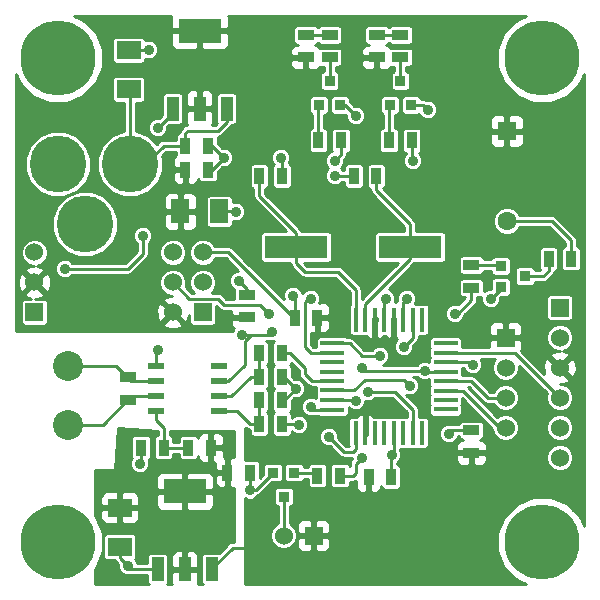
<source format=gtl>
G04 (created by PCBNEW (2013-04-19 BZR 4011)-stable) date 15/12/2014 13:33:28*
%MOIN*%
G04 Gerber Fmt 3.4, Leading zero omitted, Abs format*
%FSLAX34Y34*%
G01*
G70*
G90*
G04 APERTURE LIST*
%ADD10C,0.006*%
%ADD11R,0.0177X0.0787*%
%ADD12R,0.0787X0.0177*%
%ADD13R,0.036X0.036*%
%ADD14R,0.144X0.08*%
%ADD15R,0.04X0.08*%
%ADD16R,0.035X0.055*%
%ADD17R,0.055X0.035*%
%ADD18R,0.0629921X0.0629921*%
%ADD19C,0.0629921*%
%ADD20C,0.25*%
%ADD21R,0.21X0.076*%
%ADD22C,0.1*%
%ADD23R,0.06X0.06*%
%ADD24C,0.06*%
%ADD25C,0.189*%
%ADD26R,0.08X0.06*%
%ADD27R,0.06X0.08*%
%ADD28R,0.0551X0.0236*%
%ADD29C,0.035*%
%ADD30C,0.01*%
G04 APERTURE END LIST*
G54D10*
G54D11*
X11505Y-10308D03*
X11820Y-10308D03*
X12135Y-10308D03*
X12450Y-10308D03*
X12765Y-10308D03*
X13080Y-10308D03*
X13395Y-10308D03*
X13710Y-10308D03*
X13708Y-14074D03*
X11498Y-14074D03*
X11818Y-14074D03*
X12138Y-14074D03*
X12448Y-14074D03*
X12768Y-14074D03*
X13078Y-14074D03*
X13398Y-14074D03*
G54D12*
X14498Y-11092D03*
X14498Y-11406D03*
X14498Y-11722D03*
X14498Y-12036D03*
X14498Y-12352D03*
X14498Y-12666D03*
X14498Y-12982D03*
X14498Y-13296D03*
X10718Y-11094D03*
X10718Y-11404D03*
X10718Y-11724D03*
X10718Y-12034D03*
X10718Y-12344D03*
X10718Y-12664D03*
X10718Y-12984D03*
X10718Y-13304D03*
G54D13*
X16332Y-9208D03*
X16332Y-8508D03*
X17132Y-8858D03*
X13342Y-3155D03*
X12642Y-3155D03*
X12992Y-2355D03*
X10979Y-3155D03*
X10279Y-3155D03*
X10629Y-2355D03*
G54D14*
X5807Y-16022D03*
G54D15*
X5807Y-18622D03*
X6707Y-18622D03*
X4907Y-18622D03*
G54D14*
X6299Y-668D03*
G54D15*
X6299Y-3268D03*
X7199Y-3268D03*
X5399Y-3268D03*
G54D16*
X11928Y-15551D03*
X12678Y-15551D03*
X9036Y-5511D03*
X8286Y-5511D03*
X17932Y-8267D03*
X18682Y-8267D03*
X11436Y-5511D03*
X12186Y-5511D03*
X5825Y-4500D03*
X6575Y-4500D03*
X5825Y-5300D03*
X6575Y-5300D03*
X7225Y-15400D03*
X7975Y-15400D03*
G54D17*
X12204Y-806D03*
X12204Y-1556D03*
G54D16*
X10217Y-10236D03*
X9467Y-10236D03*
G54D17*
X7874Y-10217D03*
X7874Y-9467D03*
X15354Y-14745D03*
X15354Y-13995D03*
X12992Y-806D03*
X12992Y-1556D03*
G54D16*
X13367Y-4330D03*
X12617Y-4330D03*
G54D17*
X10629Y-806D03*
X10629Y-1556D03*
X9842Y-806D03*
X9842Y-1556D03*
G54D16*
X11004Y-4330D03*
X10254Y-4330D03*
G54D17*
X15354Y-9233D03*
X15354Y-8483D03*
G54D18*
X16535Y-4015D03*
G54D19*
X16535Y-7007D03*
G54D20*
X1574Y-1574D03*
X17716Y-1574D03*
X1574Y-17716D03*
X17716Y-17716D03*
G54D21*
X9517Y-7874D03*
X13317Y-7874D03*
G54D17*
X3900Y-12975D03*
X3900Y-12225D03*
G54D16*
X5099Y-14566D03*
X4349Y-14566D03*
X6674Y-14566D03*
X5924Y-14566D03*
G54D22*
X1900Y-13800D03*
X1900Y-11831D03*
G54D16*
X8286Y-11417D03*
X9036Y-11417D03*
X8286Y-13779D03*
X9036Y-13779D03*
X9036Y-12204D03*
X8286Y-12204D03*
X9036Y-12992D03*
X8286Y-12992D03*
G54D23*
X787Y-10055D03*
G54D24*
X787Y-9055D03*
X787Y-8055D03*
G54D25*
X1574Y-5118D03*
X3974Y-5118D03*
X2474Y-7118D03*
G54D26*
X3937Y-2618D03*
X3937Y-1318D03*
G54D27*
X5649Y-6692D03*
X6949Y-6692D03*
G54D26*
X3641Y-16574D03*
X3641Y-17874D03*
G54D23*
X18307Y-9901D03*
G54D24*
X18307Y-10901D03*
X18307Y-11901D03*
X18307Y-12901D03*
X18307Y-13901D03*
X18307Y-14901D03*
G54D28*
X6950Y-11850D03*
X4850Y-11850D03*
X6950Y-12350D03*
X6950Y-12850D03*
X6950Y-13350D03*
X4850Y-12350D03*
X4850Y-12850D03*
X4850Y-13350D03*
G54D13*
X8750Y-15400D03*
X9450Y-15400D03*
X9100Y-16200D03*
G54D16*
X10975Y-15500D03*
X10225Y-15500D03*
G54D23*
X10100Y-17500D03*
G54D24*
X9100Y-17500D03*
G54D23*
X6405Y-10055D03*
G54D24*
X5405Y-10055D03*
X6405Y-9055D03*
X5405Y-9055D03*
X6405Y-8055D03*
X5405Y-8055D03*
G54D23*
X16500Y-10900D03*
G54D24*
X16500Y-11900D03*
X16500Y-12900D03*
X16500Y-13900D03*
G54D29*
X14800Y-10100D03*
X13300Y-12500D03*
X11700Y-14900D03*
X13100Y-11200D03*
X12300Y-11500D03*
X13400Y-5000D03*
X10800Y-5000D03*
X10000Y-9600D03*
X7700Y-10800D03*
X8700Y-10700D03*
X10000Y-13200D03*
X11500Y-13000D03*
X8600Y-10100D03*
X11700Y-11900D03*
X9400Y-9500D03*
X13800Y-12000D03*
X10600Y-14200D03*
X9600Y-13800D03*
X4400Y-7500D03*
X1800Y-8600D03*
X11900Y-12700D03*
X7975Y-15975D03*
X16000Y-9600D03*
X7600Y-9000D03*
X7500Y-6700D03*
X12700Y-14800D03*
X13200Y-9600D03*
X12500Y-9600D03*
X9500Y-12600D03*
X4300Y-15100D03*
X13900Y-3300D03*
X11500Y-3500D03*
X10800Y-5500D03*
X9000Y-4900D03*
X4900Y-3900D03*
X4600Y-1300D03*
X7100Y-4900D03*
X14600Y-14100D03*
X3900Y-18500D03*
X4900Y-11300D03*
X15400Y-11800D03*
G54D30*
X6707Y-18622D02*
X6707Y-18592D01*
X7400Y-17900D02*
X8000Y-17900D01*
X6707Y-18592D02*
X7400Y-17900D01*
X14800Y-10100D02*
X14900Y-10100D01*
X15354Y-9645D02*
X15354Y-9233D01*
X14900Y-10100D02*
X15354Y-9645D01*
X10718Y-12664D02*
X11435Y-12664D01*
X13100Y-12300D02*
X13300Y-12500D01*
X11800Y-12300D02*
X13100Y-12300D01*
X11435Y-12664D02*
X11800Y-12300D01*
X9036Y-11417D02*
X9317Y-11417D01*
X9800Y-11900D02*
X9800Y-12100D01*
X9317Y-11417D02*
X9800Y-11900D01*
X10718Y-12344D02*
X10044Y-12344D01*
X10044Y-12344D02*
X9800Y-12100D01*
X11400Y-15500D02*
X10975Y-15500D01*
X11500Y-15400D02*
X11400Y-15500D01*
X11500Y-15100D02*
X11500Y-15400D01*
X11700Y-14900D02*
X11500Y-15100D01*
X13100Y-11200D02*
X13395Y-10904D01*
X13395Y-10904D02*
X13395Y-10308D01*
X10718Y-11094D02*
X11294Y-11094D01*
X11294Y-11094D02*
X11700Y-11500D01*
X11700Y-11500D02*
X12300Y-11500D01*
X13367Y-4967D02*
X13367Y-4330D01*
X13400Y-5000D02*
X13367Y-4967D01*
X10800Y-5000D02*
X11004Y-4795D01*
X11004Y-4795D02*
X11004Y-4330D01*
X10718Y-11404D02*
X10004Y-11404D01*
X11004Y-4795D02*
X11004Y-4330D01*
X9900Y-9600D02*
X10000Y-9600D01*
X9800Y-9700D02*
X9900Y-9600D01*
X9800Y-9900D02*
X9800Y-9700D01*
X9800Y-11000D02*
X9800Y-9900D01*
X9800Y-11200D02*
X9800Y-11000D01*
X10004Y-11404D02*
X9800Y-11200D01*
X6950Y-12350D02*
X7250Y-12350D01*
X7250Y-12350D02*
X7800Y-11800D01*
X7800Y-11000D02*
X8000Y-10800D01*
X7800Y-11800D02*
X7800Y-11000D01*
X10718Y-13304D02*
X10104Y-13304D01*
X8600Y-10800D02*
X8000Y-10800D01*
X8700Y-10700D02*
X8600Y-10800D01*
X10104Y-13304D02*
X10000Y-13200D01*
X8000Y-10800D02*
X7700Y-10800D01*
X10718Y-12984D02*
X11484Y-12984D01*
X11484Y-12984D02*
X11500Y-13000D01*
X8600Y-10100D02*
X8300Y-9800D01*
X8300Y-9800D02*
X7100Y-9800D01*
X7100Y-9800D02*
X6900Y-9600D01*
X6900Y-9600D02*
X5950Y-9600D01*
X5950Y-9600D02*
X5405Y-9055D01*
X13200Y-12000D02*
X11800Y-12000D01*
X11800Y-12000D02*
X11700Y-11900D01*
X9467Y-10236D02*
X9467Y-9567D01*
X13200Y-12000D02*
X13800Y-12000D01*
X9467Y-9567D02*
X9400Y-9500D01*
X9467Y-10236D02*
X9436Y-10236D01*
X7255Y-8055D02*
X6405Y-8055D01*
X9436Y-10236D02*
X7255Y-8055D01*
X14498Y-12036D02*
X13836Y-12036D01*
X13836Y-12036D02*
X13800Y-12000D01*
X11100Y-14700D02*
X10600Y-14200D01*
X11400Y-14700D02*
X11100Y-14700D01*
X11498Y-14074D02*
X11498Y-14601D01*
X11498Y-14601D02*
X11400Y-14700D01*
X9579Y-13779D02*
X9036Y-13779D01*
X9600Y-13800D02*
X9579Y-13779D01*
X11400Y-14700D02*
X11100Y-14700D01*
X14498Y-12352D02*
X15352Y-12352D01*
X15900Y-12900D02*
X16500Y-12900D01*
X15352Y-12352D02*
X15900Y-12900D01*
X14498Y-12666D02*
X15066Y-12666D01*
X16300Y-13900D02*
X16500Y-13900D01*
X15066Y-12666D02*
X16300Y-13900D01*
X4400Y-8100D02*
X4400Y-7500D01*
X3900Y-8600D02*
X4400Y-8100D01*
X1800Y-8600D02*
X3900Y-8600D01*
X13398Y-14074D02*
X13398Y-13298D01*
X13398Y-13298D02*
X12800Y-12700D01*
X12800Y-12700D02*
X11900Y-12700D01*
X11820Y-10308D02*
X11820Y-9779D01*
X13317Y-8282D02*
X13317Y-7874D01*
X11820Y-9779D02*
X13317Y-8282D01*
X13317Y-7874D02*
X13317Y-7117D01*
X12186Y-5986D02*
X12186Y-5511D01*
X13317Y-7117D02*
X12186Y-5986D01*
X11505Y-10308D02*
X11505Y-9305D01*
X9517Y-8417D02*
X9517Y-7874D01*
X9800Y-8700D02*
X9517Y-8417D01*
X10900Y-8700D02*
X9800Y-8700D01*
X11505Y-9305D02*
X10900Y-8700D01*
X9517Y-7874D02*
X9517Y-7417D01*
X8286Y-6186D02*
X8286Y-5511D01*
X9517Y-7417D02*
X8286Y-6186D01*
X4850Y-12850D02*
X4025Y-12850D01*
X3075Y-13800D02*
X1900Y-13800D01*
X4025Y-12850D02*
X3075Y-13800D01*
X4850Y-12350D02*
X4025Y-12350D01*
X3506Y-11831D02*
X1900Y-11831D01*
X4025Y-12350D02*
X3506Y-11831D01*
X7975Y-15975D02*
X8175Y-15975D01*
X8175Y-15975D02*
X8750Y-15400D01*
X7975Y-15400D02*
X7975Y-15975D01*
X16332Y-9208D02*
X16332Y-9267D01*
X16332Y-9267D02*
X16000Y-9600D01*
X7874Y-9467D02*
X7874Y-9274D01*
X7874Y-9274D02*
X7600Y-9000D01*
X6949Y-6692D02*
X7492Y-6692D01*
X7492Y-6692D02*
X7500Y-6700D01*
X12678Y-15551D02*
X12678Y-14821D01*
X12768Y-14731D02*
X12700Y-14800D01*
X12768Y-14731D02*
X12768Y-14074D01*
X12678Y-14821D02*
X12700Y-14800D01*
X13080Y-10308D02*
X13080Y-9719D01*
X13080Y-9719D02*
X13200Y-9600D01*
X12450Y-10308D02*
X12450Y-9649D01*
X12450Y-9649D02*
X12500Y-9600D01*
X9036Y-12204D02*
X9104Y-12204D01*
X9107Y-12992D02*
X9500Y-12600D01*
X9107Y-12992D02*
X9036Y-12992D01*
X9104Y-12204D02*
X9500Y-12600D01*
X4349Y-14566D02*
X4349Y-15050D01*
X4349Y-15050D02*
X4300Y-15100D01*
X13342Y-3155D02*
X13755Y-3155D01*
X13755Y-3155D02*
X13900Y-3300D01*
X10979Y-3155D02*
X11155Y-3155D01*
X11155Y-3155D02*
X11500Y-3500D01*
X11436Y-5511D02*
X10811Y-5511D01*
X10811Y-5511D02*
X10800Y-5500D01*
X9036Y-5511D02*
X9036Y-4936D01*
X9036Y-4936D02*
X9000Y-4900D01*
X5399Y-3268D02*
X5399Y-3400D01*
X5399Y-3400D02*
X4900Y-3900D01*
X3937Y-1318D02*
X4581Y-1318D01*
X4581Y-1318D02*
X4600Y-1300D01*
X6575Y-4500D02*
X6700Y-4500D01*
X6700Y-5300D02*
X7100Y-4900D01*
X6700Y-5300D02*
X6575Y-5300D01*
X6700Y-4500D02*
X7100Y-4900D01*
X15354Y-13995D02*
X14704Y-13995D01*
X14704Y-13995D02*
X14600Y-14100D01*
X4907Y-18622D02*
X4022Y-18622D01*
X3641Y-18241D02*
X3900Y-18500D01*
X3641Y-18241D02*
X3641Y-17874D01*
X4022Y-18622D02*
X3900Y-18500D01*
X4850Y-11850D02*
X4850Y-11350D01*
X4850Y-11350D02*
X4900Y-11300D01*
X17132Y-8858D02*
X17741Y-8858D01*
X17932Y-8667D02*
X17932Y-8267D01*
X17741Y-8858D02*
X17932Y-8667D01*
X16500Y-11406D02*
X16806Y-11406D01*
X18301Y-12901D02*
X18307Y-12901D01*
X16806Y-11406D02*
X18301Y-12901D01*
X14498Y-11406D02*
X16500Y-11406D01*
X14498Y-11722D02*
X15322Y-11722D01*
X15322Y-11722D02*
X15400Y-11800D01*
X9100Y-17500D02*
X9100Y-16200D01*
X9450Y-15400D02*
X10125Y-15400D01*
X10125Y-15400D02*
X10225Y-15500D01*
X12992Y-2355D02*
X12992Y-1556D01*
X10629Y-2355D02*
X10629Y-1556D01*
X9842Y-806D02*
X10629Y-806D01*
X10254Y-4330D02*
X10254Y-3180D01*
X10254Y-3180D02*
X10279Y-3155D01*
X12617Y-4330D02*
X12617Y-3180D01*
X12617Y-3180D02*
X12642Y-3155D01*
X12204Y-806D02*
X12992Y-806D01*
X15354Y-8483D02*
X16307Y-8483D01*
X16307Y-8483D02*
X16332Y-8508D01*
X18682Y-8267D02*
X18682Y-7658D01*
X18031Y-7007D02*
X16535Y-7007D01*
X18682Y-7658D02*
X18031Y-7007D01*
X4850Y-13350D02*
X4850Y-13650D01*
X5099Y-13899D02*
X5099Y-14566D01*
X4850Y-13650D02*
X5099Y-13899D01*
X5099Y-14566D02*
X5924Y-14566D01*
X6950Y-12850D02*
X7350Y-12850D01*
X7995Y-12204D02*
X8286Y-12204D01*
X7350Y-12850D02*
X7995Y-12204D01*
X8286Y-12204D02*
X8286Y-11417D01*
X8286Y-13779D02*
X8286Y-12992D01*
X6950Y-13350D02*
X7550Y-13350D01*
X7979Y-13779D02*
X8286Y-13779D01*
X7550Y-13350D02*
X7979Y-13779D01*
X3974Y-5118D02*
X3974Y-2656D01*
X3974Y-2656D02*
X3937Y-2618D01*
X7199Y-3268D02*
X7199Y-3700D01*
X5825Y-4075D02*
X5825Y-4500D01*
X5900Y-4000D02*
X5825Y-4075D01*
X6900Y-4000D02*
X5900Y-4000D01*
X7199Y-3700D02*
X6900Y-4000D01*
X3974Y-5118D02*
X4481Y-5118D01*
X5100Y-4500D02*
X5825Y-4500D01*
X4481Y-5118D02*
X5100Y-4500D01*
G54D10*
G36*
X7430Y-17700D02*
X7400Y-17700D01*
X7323Y-17715D01*
X7301Y-17729D01*
X7258Y-17758D01*
X7175Y-17842D01*
X7175Y-15862D01*
X7175Y-15450D01*
X7175Y-15350D01*
X7175Y-14937D01*
X7112Y-14875D01*
X7099Y-14874D01*
X7099Y-14792D01*
X7099Y-14341D01*
X7099Y-14241D01*
X7061Y-14150D01*
X6990Y-14079D01*
X6898Y-14041D01*
X6786Y-14041D01*
X6724Y-14104D01*
X6724Y-14516D01*
X7036Y-14516D01*
X7099Y-14454D01*
X7099Y-14341D01*
X7099Y-14792D01*
X7099Y-14679D01*
X7036Y-14616D01*
X6724Y-14616D01*
X6724Y-15029D01*
X6786Y-15091D01*
X6800Y-15091D01*
X6799Y-15174D01*
X6800Y-15287D01*
X6862Y-15350D01*
X7175Y-15350D01*
X7175Y-15450D01*
X6862Y-15450D01*
X6800Y-15512D01*
X6799Y-15625D01*
X6800Y-15724D01*
X6838Y-15816D01*
X6908Y-15887D01*
X7000Y-15925D01*
X7112Y-15925D01*
X7175Y-15862D01*
X7175Y-17842D01*
X6942Y-18074D01*
X6937Y-18072D01*
X6877Y-18072D01*
X6777Y-18072D01*
X6777Y-16373D01*
X6777Y-15672D01*
X6777Y-15572D01*
X6738Y-15481D01*
X6668Y-15410D01*
X6576Y-15372D01*
X5919Y-15372D01*
X5857Y-15435D01*
X5857Y-15972D01*
X6714Y-15972D01*
X6777Y-15910D01*
X6777Y-15672D01*
X6777Y-16373D01*
X6777Y-16135D01*
X6714Y-16072D01*
X5857Y-16072D01*
X5857Y-16610D01*
X5919Y-16672D01*
X6576Y-16672D01*
X6668Y-16634D01*
X6738Y-16564D01*
X6777Y-16472D01*
X6777Y-16373D01*
X6777Y-18072D01*
X6477Y-18072D01*
X6422Y-18095D01*
X6379Y-18137D01*
X6357Y-18192D01*
X6357Y-18252D01*
X6357Y-19052D01*
X6379Y-19107D01*
X6393Y-19121D01*
X6236Y-19121D01*
X6257Y-19072D01*
X6257Y-18973D01*
X6257Y-18272D01*
X6257Y-18172D01*
X6218Y-18081D01*
X6148Y-18010D01*
X6056Y-17972D01*
X5919Y-17972D01*
X5857Y-18035D01*
X5857Y-18572D01*
X6194Y-18572D01*
X6257Y-18510D01*
X6257Y-18272D01*
X6257Y-18973D01*
X6257Y-18735D01*
X6194Y-18672D01*
X5857Y-18672D01*
X5857Y-18680D01*
X5757Y-18680D01*
X5757Y-18672D01*
X5757Y-18572D01*
X5757Y-18035D01*
X5757Y-16610D01*
X5757Y-16072D01*
X5757Y-15972D01*
X5757Y-15435D01*
X5694Y-15372D01*
X5037Y-15372D01*
X4945Y-15410D01*
X4875Y-15481D01*
X4837Y-15572D01*
X4837Y-15672D01*
X4837Y-15910D01*
X4899Y-15972D01*
X5757Y-15972D01*
X5757Y-16072D01*
X4899Y-16072D01*
X4837Y-16135D01*
X4837Y-16373D01*
X4837Y-16472D01*
X4875Y-16564D01*
X4945Y-16634D01*
X5037Y-16672D01*
X5694Y-16672D01*
X5757Y-16610D01*
X5757Y-18035D01*
X5694Y-17972D01*
X5557Y-17972D01*
X5465Y-18010D01*
X5395Y-18081D01*
X5357Y-18172D01*
X5357Y-18272D01*
X5357Y-18510D01*
X5419Y-18572D01*
X5757Y-18572D01*
X5757Y-18672D01*
X5419Y-18672D01*
X5357Y-18735D01*
X5357Y-18973D01*
X5357Y-19072D01*
X5377Y-19121D01*
X5220Y-19121D01*
X5234Y-19107D01*
X5257Y-19052D01*
X5257Y-18993D01*
X5257Y-18193D01*
X5234Y-18137D01*
X5192Y-18095D01*
X5137Y-18072D01*
X5077Y-18072D01*
X4677Y-18072D01*
X4674Y-18074D01*
X4674Y-14812D01*
X4674Y-14262D01*
X4651Y-14207D01*
X4609Y-14164D01*
X4554Y-14141D01*
X4494Y-14141D01*
X4144Y-14141D01*
X4089Y-14164D01*
X4047Y-14206D01*
X4024Y-14261D01*
X4024Y-14321D01*
X4024Y-14871D01*
X4037Y-14902D01*
X4024Y-14915D01*
X3975Y-15035D01*
X3974Y-15164D01*
X4024Y-15283D01*
X4115Y-15375D01*
X4235Y-15424D01*
X4364Y-15425D01*
X4483Y-15375D01*
X4575Y-15284D01*
X4624Y-15164D01*
X4625Y-15035D01*
X4599Y-14973D01*
X4609Y-14969D01*
X4651Y-14927D01*
X4674Y-14871D01*
X4674Y-14812D01*
X4674Y-18074D01*
X4622Y-18095D01*
X4579Y-18137D01*
X4557Y-18192D01*
X4557Y-18252D01*
X4557Y-18422D01*
X4291Y-18422D01*
X4291Y-16923D01*
X4291Y-16224D01*
X4253Y-16132D01*
X4183Y-16062D01*
X4091Y-16024D01*
X3992Y-16024D01*
X3754Y-16024D01*
X3691Y-16086D01*
X3691Y-16524D01*
X4229Y-16524D01*
X4291Y-16461D01*
X4291Y-16224D01*
X4291Y-16923D01*
X4291Y-16686D01*
X4229Y-16624D01*
X3691Y-16624D01*
X3691Y-17061D01*
X3754Y-17124D01*
X3992Y-17124D01*
X4091Y-17124D01*
X4183Y-17086D01*
X4253Y-17015D01*
X4291Y-16923D01*
X4291Y-18422D01*
X4219Y-18422D01*
X4175Y-18316D01*
X4143Y-18284D01*
X4168Y-18259D01*
X4191Y-18204D01*
X4191Y-18144D01*
X4191Y-17544D01*
X4168Y-17489D01*
X4126Y-17447D01*
X4071Y-17424D01*
X4012Y-17424D01*
X3591Y-17424D01*
X3591Y-17061D01*
X3591Y-16624D01*
X3591Y-16524D01*
X3591Y-16086D01*
X3529Y-16024D01*
X3291Y-16024D01*
X3191Y-16024D01*
X3099Y-16062D01*
X3029Y-16132D01*
X2991Y-16224D01*
X2991Y-16461D01*
X3054Y-16524D01*
X3591Y-16524D01*
X3591Y-16624D01*
X3054Y-16624D01*
X2991Y-16686D01*
X2991Y-16923D01*
X3029Y-17015D01*
X3099Y-17086D01*
X3191Y-17124D01*
X3291Y-17124D01*
X3529Y-17124D01*
X3591Y-17061D01*
X3591Y-17424D01*
X3212Y-17424D01*
X3156Y-17447D01*
X3114Y-17489D01*
X3091Y-17544D01*
X3091Y-17604D01*
X3091Y-18204D01*
X3114Y-18259D01*
X3156Y-18301D01*
X3211Y-18324D01*
X3271Y-18324D01*
X3461Y-18324D01*
X3500Y-18383D01*
X3575Y-18457D01*
X3574Y-18564D01*
X3624Y-18683D01*
X3715Y-18775D01*
X3835Y-18824D01*
X3964Y-18825D01*
X3986Y-18815D01*
X4022Y-18822D01*
X4557Y-18822D01*
X4557Y-19052D01*
X4579Y-19107D01*
X4593Y-19121D01*
X2805Y-19121D01*
X2805Y-18607D01*
X2845Y-18567D01*
X3074Y-18016D01*
X3075Y-17419D01*
X2847Y-16867D01*
X2805Y-16826D01*
X2805Y-15305D01*
X3491Y-15305D01*
X3589Y-13930D01*
X4899Y-13999D01*
X4899Y-14141D01*
X4894Y-14141D01*
X4839Y-14164D01*
X4797Y-14206D01*
X4774Y-14261D01*
X4774Y-14321D01*
X4774Y-14871D01*
X4797Y-14926D01*
X4839Y-14969D01*
X4894Y-14991D01*
X4954Y-14991D01*
X5304Y-14991D01*
X5359Y-14969D01*
X5401Y-14927D01*
X5424Y-14871D01*
X5424Y-14812D01*
X5424Y-14766D01*
X5599Y-14766D01*
X5599Y-14871D01*
X5621Y-14926D01*
X5664Y-14969D01*
X5719Y-14991D01*
X5778Y-14991D01*
X6128Y-14991D01*
X6184Y-14969D01*
X6226Y-14927D01*
X6249Y-14871D01*
X6249Y-14841D01*
X6249Y-14891D01*
X6287Y-14983D01*
X6357Y-15053D01*
X6449Y-15091D01*
X6561Y-15091D01*
X6624Y-15029D01*
X6624Y-14616D01*
X6616Y-14616D01*
X6616Y-14516D01*
X6624Y-14516D01*
X6624Y-14104D01*
X6561Y-14041D01*
X6449Y-14041D01*
X6357Y-14079D01*
X6287Y-14150D01*
X6249Y-14241D01*
X6249Y-14262D01*
X6226Y-14207D01*
X6184Y-14164D01*
X6129Y-14141D01*
X6069Y-14141D01*
X5719Y-14141D01*
X5664Y-14164D01*
X5622Y-14206D01*
X5599Y-14261D01*
X5599Y-14321D01*
X5599Y-14366D01*
X5424Y-14366D01*
X5424Y-14262D01*
X5401Y-14207D01*
X5359Y-14164D01*
X5304Y-14141D01*
X5299Y-14141D01*
X5299Y-14020D01*
X5412Y-14026D01*
X7430Y-14026D01*
X7430Y-14874D01*
X7337Y-14875D01*
X7275Y-14937D01*
X7275Y-15350D01*
X7282Y-15350D01*
X7282Y-15450D01*
X7275Y-15450D01*
X7275Y-15862D01*
X7337Y-15925D01*
X7430Y-15925D01*
X7430Y-17700D01*
X7430Y-17700D01*
G37*
G54D30*
X7430Y-17700D02*
X7400Y-17700D01*
X7323Y-17715D01*
X7301Y-17729D01*
X7258Y-17758D01*
X7175Y-17842D01*
X7175Y-15862D01*
X7175Y-15450D01*
X7175Y-15350D01*
X7175Y-14937D01*
X7112Y-14875D01*
X7099Y-14874D01*
X7099Y-14792D01*
X7099Y-14341D01*
X7099Y-14241D01*
X7061Y-14150D01*
X6990Y-14079D01*
X6898Y-14041D01*
X6786Y-14041D01*
X6724Y-14104D01*
X6724Y-14516D01*
X7036Y-14516D01*
X7099Y-14454D01*
X7099Y-14341D01*
X7099Y-14792D01*
X7099Y-14679D01*
X7036Y-14616D01*
X6724Y-14616D01*
X6724Y-15029D01*
X6786Y-15091D01*
X6800Y-15091D01*
X6799Y-15174D01*
X6800Y-15287D01*
X6862Y-15350D01*
X7175Y-15350D01*
X7175Y-15450D01*
X6862Y-15450D01*
X6800Y-15512D01*
X6799Y-15625D01*
X6800Y-15724D01*
X6838Y-15816D01*
X6908Y-15887D01*
X7000Y-15925D01*
X7112Y-15925D01*
X7175Y-15862D01*
X7175Y-17842D01*
X6942Y-18074D01*
X6937Y-18072D01*
X6877Y-18072D01*
X6777Y-18072D01*
X6777Y-16373D01*
X6777Y-15672D01*
X6777Y-15572D01*
X6738Y-15481D01*
X6668Y-15410D01*
X6576Y-15372D01*
X5919Y-15372D01*
X5857Y-15435D01*
X5857Y-15972D01*
X6714Y-15972D01*
X6777Y-15910D01*
X6777Y-15672D01*
X6777Y-16373D01*
X6777Y-16135D01*
X6714Y-16072D01*
X5857Y-16072D01*
X5857Y-16610D01*
X5919Y-16672D01*
X6576Y-16672D01*
X6668Y-16634D01*
X6738Y-16564D01*
X6777Y-16472D01*
X6777Y-16373D01*
X6777Y-18072D01*
X6477Y-18072D01*
X6422Y-18095D01*
X6379Y-18137D01*
X6357Y-18192D01*
X6357Y-18252D01*
X6357Y-19052D01*
X6379Y-19107D01*
X6393Y-19121D01*
X6236Y-19121D01*
X6257Y-19072D01*
X6257Y-18973D01*
X6257Y-18272D01*
X6257Y-18172D01*
X6218Y-18081D01*
X6148Y-18010D01*
X6056Y-17972D01*
X5919Y-17972D01*
X5857Y-18035D01*
X5857Y-18572D01*
X6194Y-18572D01*
X6257Y-18510D01*
X6257Y-18272D01*
X6257Y-18973D01*
X6257Y-18735D01*
X6194Y-18672D01*
X5857Y-18672D01*
X5857Y-18680D01*
X5757Y-18680D01*
X5757Y-18672D01*
X5757Y-18572D01*
X5757Y-18035D01*
X5757Y-16610D01*
X5757Y-16072D01*
X5757Y-15972D01*
X5757Y-15435D01*
X5694Y-15372D01*
X5037Y-15372D01*
X4945Y-15410D01*
X4875Y-15481D01*
X4837Y-15572D01*
X4837Y-15672D01*
X4837Y-15910D01*
X4899Y-15972D01*
X5757Y-15972D01*
X5757Y-16072D01*
X4899Y-16072D01*
X4837Y-16135D01*
X4837Y-16373D01*
X4837Y-16472D01*
X4875Y-16564D01*
X4945Y-16634D01*
X5037Y-16672D01*
X5694Y-16672D01*
X5757Y-16610D01*
X5757Y-18035D01*
X5694Y-17972D01*
X5557Y-17972D01*
X5465Y-18010D01*
X5395Y-18081D01*
X5357Y-18172D01*
X5357Y-18272D01*
X5357Y-18510D01*
X5419Y-18572D01*
X5757Y-18572D01*
X5757Y-18672D01*
X5419Y-18672D01*
X5357Y-18735D01*
X5357Y-18973D01*
X5357Y-19072D01*
X5377Y-19121D01*
X5220Y-19121D01*
X5234Y-19107D01*
X5257Y-19052D01*
X5257Y-18993D01*
X5257Y-18193D01*
X5234Y-18137D01*
X5192Y-18095D01*
X5137Y-18072D01*
X5077Y-18072D01*
X4677Y-18072D01*
X4674Y-18074D01*
X4674Y-14812D01*
X4674Y-14262D01*
X4651Y-14207D01*
X4609Y-14164D01*
X4554Y-14141D01*
X4494Y-14141D01*
X4144Y-14141D01*
X4089Y-14164D01*
X4047Y-14206D01*
X4024Y-14261D01*
X4024Y-14321D01*
X4024Y-14871D01*
X4037Y-14902D01*
X4024Y-14915D01*
X3975Y-15035D01*
X3974Y-15164D01*
X4024Y-15283D01*
X4115Y-15375D01*
X4235Y-15424D01*
X4364Y-15425D01*
X4483Y-15375D01*
X4575Y-15284D01*
X4624Y-15164D01*
X4625Y-15035D01*
X4599Y-14973D01*
X4609Y-14969D01*
X4651Y-14927D01*
X4674Y-14871D01*
X4674Y-14812D01*
X4674Y-18074D01*
X4622Y-18095D01*
X4579Y-18137D01*
X4557Y-18192D01*
X4557Y-18252D01*
X4557Y-18422D01*
X4291Y-18422D01*
X4291Y-16923D01*
X4291Y-16224D01*
X4253Y-16132D01*
X4183Y-16062D01*
X4091Y-16024D01*
X3992Y-16024D01*
X3754Y-16024D01*
X3691Y-16086D01*
X3691Y-16524D01*
X4229Y-16524D01*
X4291Y-16461D01*
X4291Y-16224D01*
X4291Y-16923D01*
X4291Y-16686D01*
X4229Y-16624D01*
X3691Y-16624D01*
X3691Y-17061D01*
X3754Y-17124D01*
X3992Y-17124D01*
X4091Y-17124D01*
X4183Y-17086D01*
X4253Y-17015D01*
X4291Y-16923D01*
X4291Y-18422D01*
X4219Y-18422D01*
X4175Y-18316D01*
X4143Y-18284D01*
X4168Y-18259D01*
X4191Y-18204D01*
X4191Y-18144D01*
X4191Y-17544D01*
X4168Y-17489D01*
X4126Y-17447D01*
X4071Y-17424D01*
X4012Y-17424D01*
X3591Y-17424D01*
X3591Y-17061D01*
X3591Y-16624D01*
X3591Y-16524D01*
X3591Y-16086D01*
X3529Y-16024D01*
X3291Y-16024D01*
X3191Y-16024D01*
X3099Y-16062D01*
X3029Y-16132D01*
X2991Y-16224D01*
X2991Y-16461D01*
X3054Y-16524D01*
X3591Y-16524D01*
X3591Y-16624D01*
X3054Y-16624D01*
X2991Y-16686D01*
X2991Y-16923D01*
X3029Y-17015D01*
X3099Y-17086D01*
X3191Y-17124D01*
X3291Y-17124D01*
X3529Y-17124D01*
X3591Y-17061D01*
X3591Y-17424D01*
X3212Y-17424D01*
X3156Y-17447D01*
X3114Y-17489D01*
X3091Y-17544D01*
X3091Y-17604D01*
X3091Y-18204D01*
X3114Y-18259D01*
X3156Y-18301D01*
X3211Y-18324D01*
X3271Y-18324D01*
X3461Y-18324D01*
X3500Y-18383D01*
X3575Y-18457D01*
X3574Y-18564D01*
X3624Y-18683D01*
X3715Y-18775D01*
X3835Y-18824D01*
X3964Y-18825D01*
X3986Y-18815D01*
X4022Y-18822D01*
X4557Y-18822D01*
X4557Y-19052D01*
X4579Y-19107D01*
X4593Y-19121D01*
X2805Y-19121D01*
X2805Y-18607D01*
X2845Y-18567D01*
X3074Y-18016D01*
X3075Y-17419D01*
X2847Y-16867D01*
X2805Y-16826D01*
X2805Y-15305D01*
X3491Y-15305D01*
X3589Y-13930D01*
X4899Y-13999D01*
X4899Y-14141D01*
X4894Y-14141D01*
X4839Y-14164D01*
X4797Y-14206D01*
X4774Y-14261D01*
X4774Y-14321D01*
X4774Y-14871D01*
X4797Y-14926D01*
X4839Y-14969D01*
X4894Y-14991D01*
X4954Y-14991D01*
X5304Y-14991D01*
X5359Y-14969D01*
X5401Y-14927D01*
X5424Y-14871D01*
X5424Y-14812D01*
X5424Y-14766D01*
X5599Y-14766D01*
X5599Y-14871D01*
X5621Y-14926D01*
X5664Y-14969D01*
X5719Y-14991D01*
X5778Y-14991D01*
X6128Y-14991D01*
X6184Y-14969D01*
X6226Y-14927D01*
X6249Y-14871D01*
X6249Y-14841D01*
X6249Y-14891D01*
X6287Y-14983D01*
X6357Y-15053D01*
X6449Y-15091D01*
X6561Y-15091D01*
X6624Y-15029D01*
X6624Y-14616D01*
X6616Y-14616D01*
X6616Y-14516D01*
X6624Y-14516D01*
X6624Y-14104D01*
X6561Y-14041D01*
X6449Y-14041D01*
X6357Y-14079D01*
X6287Y-14150D01*
X6249Y-14241D01*
X6249Y-14262D01*
X6226Y-14207D01*
X6184Y-14164D01*
X6129Y-14141D01*
X6069Y-14141D01*
X5719Y-14141D01*
X5664Y-14164D01*
X5622Y-14206D01*
X5599Y-14261D01*
X5599Y-14321D01*
X5599Y-14366D01*
X5424Y-14366D01*
X5424Y-14262D01*
X5401Y-14207D01*
X5359Y-14164D01*
X5304Y-14141D01*
X5299Y-14141D01*
X5299Y-14020D01*
X5412Y-14026D01*
X7430Y-14026D01*
X7430Y-14874D01*
X7337Y-14875D01*
X7275Y-14937D01*
X7275Y-15350D01*
X7282Y-15350D01*
X7282Y-15450D01*
X7275Y-15450D01*
X7275Y-15862D01*
X7337Y-15925D01*
X7430Y-15925D01*
X7430Y-17700D01*
G54D10*
G36*
X19121Y-17189D02*
X19007Y-16912D01*
X19007Y-8513D01*
X19007Y-7963D01*
X18984Y-7907D01*
X18942Y-7865D01*
X18887Y-7842D01*
X18882Y-7842D01*
X18882Y-7658D01*
X18882Y-7658D01*
X18866Y-7581D01*
X18866Y-7581D01*
X18852Y-7560D01*
X18823Y-7517D01*
X18823Y-7517D01*
X18172Y-6866D01*
X18108Y-6823D01*
X18031Y-6807D01*
X17100Y-6807D01*
X17100Y-4380D01*
X17100Y-3651D01*
X17062Y-3559D01*
X16992Y-3488D01*
X16900Y-3450D01*
X16800Y-3450D01*
X16647Y-3450D01*
X16585Y-3513D01*
X16585Y-3965D01*
X17037Y-3965D01*
X17100Y-3903D01*
X17100Y-3651D01*
X17100Y-4380D01*
X17100Y-4128D01*
X17037Y-4065D01*
X16585Y-4065D01*
X16585Y-4518D01*
X16647Y-4580D01*
X16800Y-4580D01*
X16900Y-4580D01*
X16992Y-4542D01*
X17062Y-4472D01*
X17100Y-4380D01*
X17100Y-6807D01*
X16955Y-6807D01*
X16929Y-6744D01*
X16799Y-6613D01*
X16628Y-6542D01*
X16485Y-6542D01*
X16485Y-4518D01*
X16485Y-4065D01*
X16485Y-3965D01*
X16485Y-3513D01*
X16422Y-3450D01*
X16269Y-3450D01*
X16170Y-3450D01*
X16078Y-3488D01*
X16008Y-3559D01*
X15970Y-3651D01*
X15970Y-3903D01*
X16032Y-3965D01*
X16485Y-3965D01*
X16485Y-4065D01*
X16032Y-4065D01*
X15970Y-4128D01*
X15970Y-4380D01*
X16008Y-4472D01*
X16078Y-4542D01*
X16170Y-4580D01*
X16269Y-4580D01*
X16422Y-4580D01*
X16485Y-4518D01*
X16485Y-6542D01*
X16443Y-6542D01*
X16272Y-6613D01*
X16141Y-6744D01*
X16070Y-6914D01*
X16070Y-7099D01*
X16141Y-7270D01*
X16271Y-7401D01*
X16442Y-7472D01*
X16627Y-7472D01*
X16798Y-7402D01*
X16929Y-7271D01*
X16955Y-7207D01*
X17948Y-7207D01*
X18482Y-7741D01*
X18482Y-7842D01*
X18477Y-7842D01*
X18422Y-7865D01*
X18379Y-7907D01*
X18357Y-7962D01*
X18357Y-8022D01*
X18357Y-8572D01*
X18379Y-8627D01*
X18422Y-8669D01*
X18477Y-8692D01*
X18536Y-8692D01*
X18886Y-8692D01*
X18941Y-8669D01*
X18984Y-8627D01*
X19007Y-8572D01*
X19007Y-8513D01*
X19007Y-16912D01*
X18988Y-16867D01*
X18861Y-16740D01*
X18861Y-11983D01*
X18850Y-11764D01*
X18788Y-11613D01*
X18757Y-11604D01*
X18757Y-10812D01*
X18757Y-10812D01*
X18757Y-10171D01*
X18757Y-9571D01*
X18734Y-9516D01*
X18692Y-9474D01*
X18637Y-9451D01*
X18577Y-9451D01*
X18257Y-9451D01*
X18257Y-8513D01*
X18257Y-7963D01*
X18234Y-7907D01*
X18192Y-7865D01*
X18137Y-7842D01*
X18077Y-7842D01*
X17727Y-7842D01*
X17672Y-7865D01*
X17629Y-7907D01*
X17607Y-7962D01*
X17607Y-8022D01*
X17607Y-8572D01*
X17629Y-8627D01*
X17659Y-8657D01*
X17658Y-8658D01*
X17462Y-8658D01*
X17462Y-8648D01*
X17439Y-8593D01*
X17397Y-8551D01*
X17342Y-8528D01*
X17282Y-8528D01*
X16922Y-8528D01*
X16867Y-8551D01*
X16825Y-8593D01*
X16802Y-8648D01*
X16802Y-8707D01*
X16802Y-9067D01*
X16825Y-9123D01*
X16867Y-9165D01*
X16922Y-9188D01*
X16981Y-9188D01*
X17341Y-9188D01*
X17397Y-9165D01*
X17439Y-9123D01*
X17462Y-9068D01*
X17462Y-9058D01*
X17741Y-9058D01*
X17818Y-9043D01*
X17883Y-8999D01*
X18073Y-8809D01*
X18116Y-8744D01*
X18116Y-8744D01*
X18119Y-8731D01*
X18127Y-8692D01*
X18136Y-8692D01*
X18191Y-8669D01*
X18234Y-8627D01*
X18257Y-8572D01*
X18257Y-8513D01*
X18257Y-9451D01*
X17977Y-9451D01*
X17922Y-9474D01*
X17879Y-9516D01*
X17857Y-9571D01*
X17857Y-9631D01*
X17857Y-10231D01*
X17879Y-10286D01*
X17922Y-10328D01*
X17977Y-10351D01*
X18036Y-10351D01*
X18636Y-10351D01*
X18691Y-10328D01*
X18734Y-10286D01*
X18757Y-10231D01*
X18757Y-10171D01*
X18757Y-10812D01*
X18688Y-10647D01*
X18562Y-10520D01*
X18396Y-10451D01*
X18217Y-10451D01*
X18052Y-10519D01*
X17925Y-10646D01*
X17857Y-10811D01*
X17857Y-10990D01*
X17925Y-11156D01*
X18051Y-11282D01*
X18217Y-11351D01*
X18293Y-11351D01*
X18170Y-11357D01*
X18019Y-11420D01*
X17991Y-11515D01*
X18307Y-11830D01*
X18622Y-11515D01*
X18594Y-11420D01*
X18399Y-11350D01*
X18561Y-11283D01*
X18688Y-11156D01*
X18757Y-10991D01*
X18757Y-10812D01*
X18757Y-11604D01*
X18692Y-11586D01*
X18377Y-11901D01*
X18692Y-12216D01*
X18788Y-12189D01*
X18861Y-11983D01*
X18861Y-16740D01*
X18757Y-16635D01*
X18757Y-14812D01*
X18757Y-13812D01*
X18688Y-13647D01*
X18562Y-13520D01*
X18396Y-13451D01*
X18217Y-13451D01*
X18052Y-13519D01*
X17925Y-13646D01*
X17857Y-13811D01*
X17857Y-13990D01*
X17925Y-14156D01*
X18051Y-14282D01*
X18217Y-14351D01*
X18396Y-14351D01*
X18561Y-14283D01*
X18688Y-14156D01*
X18757Y-13991D01*
X18757Y-13812D01*
X18757Y-14812D01*
X18688Y-14647D01*
X18562Y-14520D01*
X18396Y-14451D01*
X18217Y-14451D01*
X18052Y-14519D01*
X17925Y-14646D01*
X17857Y-14811D01*
X17857Y-14990D01*
X17925Y-15156D01*
X18051Y-15282D01*
X18217Y-15351D01*
X18396Y-15351D01*
X18561Y-15283D01*
X18688Y-15156D01*
X18757Y-14991D01*
X18757Y-14812D01*
X18757Y-16635D01*
X18567Y-16445D01*
X18016Y-16216D01*
X17419Y-16216D01*
X16867Y-16444D01*
X16445Y-16865D01*
X16216Y-17416D01*
X16216Y-18013D01*
X16444Y-18565D01*
X16865Y-18987D01*
X17188Y-19121D01*
X15879Y-19121D01*
X15879Y-14969D01*
X15879Y-14520D01*
X15841Y-14428D01*
X15771Y-14358D01*
X15679Y-14320D01*
X15659Y-14320D01*
X15714Y-14297D01*
X15756Y-14255D01*
X15779Y-14200D01*
X15779Y-14140D01*
X15779Y-13790D01*
X15756Y-13735D01*
X15714Y-13692D01*
X15659Y-13670D01*
X15599Y-13670D01*
X15049Y-13670D01*
X14994Y-13692D01*
X14952Y-13734D01*
X14929Y-13790D01*
X14929Y-13795D01*
X14713Y-13795D01*
X14664Y-13775D01*
X14535Y-13774D01*
X14416Y-13824D01*
X14324Y-13915D01*
X14275Y-14035D01*
X14274Y-14164D01*
X14324Y-14283D01*
X14415Y-14375D01*
X14535Y-14424D01*
X14664Y-14425D01*
X14783Y-14375D01*
X14875Y-14284D01*
X14912Y-14195D01*
X14929Y-14195D01*
X14929Y-14199D01*
X14952Y-14254D01*
X14994Y-14297D01*
X15049Y-14320D01*
X15079Y-14320D01*
X15029Y-14320D01*
X14937Y-14358D01*
X14867Y-14428D01*
X14829Y-14520D01*
X14829Y-14632D01*
X14891Y-14695D01*
X15304Y-14695D01*
X15304Y-14687D01*
X15404Y-14687D01*
X15404Y-14695D01*
X15816Y-14695D01*
X15879Y-14632D01*
X15879Y-14520D01*
X15879Y-14969D01*
X15879Y-14857D01*
X15816Y-14795D01*
X15404Y-14795D01*
X15404Y-15107D01*
X15466Y-15170D01*
X15579Y-15170D01*
X15679Y-15170D01*
X15771Y-15131D01*
X15841Y-15061D01*
X15879Y-14969D01*
X15879Y-19121D01*
X15304Y-19121D01*
X15304Y-15107D01*
X15304Y-14795D01*
X14891Y-14795D01*
X14829Y-14857D01*
X14829Y-14969D01*
X14867Y-15061D01*
X14937Y-15131D01*
X15029Y-15170D01*
X15128Y-15170D01*
X15241Y-15170D01*
X15304Y-15107D01*
X15304Y-19121D01*
X10650Y-19121D01*
X10650Y-17750D01*
X10650Y-17249D01*
X10649Y-17150D01*
X10611Y-17058D01*
X10550Y-16996D01*
X10550Y-15745D01*
X10550Y-15195D01*
X10527Y-15140D01*
X10485Y-15097D01*
X10429Y-15075D01*
X10370Y-15074D01*
X10020Y-15074D01*
X9965Y-15097D01*
X9922Y-15139D01*
X9900Y-15195D01*
X9900Y-15200D01*
X9780Y-15200D01*
X9780Y-15190D01*
X9757Y-15135D01*
X9715Y-15092D01*
X9659Y-15070D01*
X9600Y-15069D01*
X9240Y-15069D01*
X9185Y-15092D01*
X9142Y-15134D01*
X9120Y-15190D01*
X9119Y-15249D01*
X9119Y-15609D01*
X9142Y-15664D01*
X9184Y-15707D01*
X9240Y-15729D01*
X9299Y-15730D01*
X9659Y-15730D01*
X9714Y-15707D01*
X9757Y-15665D01*
X9779Y-15609D01*
X9779Y-15600D01*
X9899Y-15600D01*
X9899Y-15804D01*
X9922Y-15859D01*
X9964Y-15902D01*
X10020Y-15924D01*
X10079Y-15925D01*
X10429Y-15925D01*
X10484Y-15902D01*
X10527Y-15860D01*
X10549Y-15804D01*
X10550Y-15745D01*
X10550Y-16996D01*
X10541Y-16987D01*
X10449Y-16949D01*
X10212Y-16950D01*
X10150Y-17012D01*
X10150Y-17450D01*
X10587Y-17450D01*
X10650Y-17387D01*
X10650Y-17249D01*
X10650Y-17750D01*
X10650Y-17612D01*
X10587Y-17550D01*
X10150Y-17550D01*
X10150Y-17987D01*
X10212Y-18050D01*
X10449Y-18050D01*
X10541Y-18012D01*
X10611Y-17941D01*
X10649Y-17849D01*
X10650Y-17750D01*
X10650Y-19121D01*
X10050Y-19121D01*
X10050Y-17987D01*
X10050Y-17550D01*
X10050Y-17450D01*
X10050Y-17012D01*
X9987Y-16950D01*
X9750Y-16949D01*
X9658Y-16987D01*
X9588Y-17058D01*
X9550Y-17150D01*
X9549Y-17249D01*
X9550Y-17387D01*
X9612Y-17450D01*
X10050Y-17450D01*
X10050Y-17550D01*
X9612Y-17550D01*
X9550Y-17612D01*
X9550Y-17410D01*
X9481Y-17245D01*
X9355Y-17118D01*
X9300Y-17095D01*
X9300Y-16530D01*
X9309Y-16530D01*
X9364Y-16507D01*
X9407Y-16465D01*
X9429Y-16409D01*
X9430Y-16350D01*
X9430Y-15990D01*
X9407Y-15935D01*
X9365Y-15892D01*
X9309Y-15870D01*
X9250Y-15869D01*
X8890Y-15869D01*
X8835Y-15892D01*
X8792Y-15934D01*
X8770Y-15990D01*
X8769Y-16049D01*
X8769Y-16409D01*
X8792Y-16464D01*
X8834Y-16507D01*
X8890Y-16529D01*
X8900Y-16529D01*
X8900Y-17095D01*
X8845Y-17118D01*
X8718Y-17244D01*
X8650Y-17410D01*
X8649Y-17589D01*
X8718Y-17754D01*
X8844Y-17881D01*
X9010Y-17949D01*
X9189Y-17950D01*
X9354Y-17881D01*
X9481Y-17755D01*
X9549Y-17589D01*
X9550Y-17410D01*
X9550Y-17612D01*
X9550Y-17612D01*
X9549Y-17750D01*
X9550Y-17849D01*
X9588Y-17941D01*
X9658Y-18012D01*
X9750Y-18050D01*
X9987Y-18050D01*
X10050Y-17987D01*
X10050Y-19121D01*
X7825Y-19121D01*
X7825Y-16264D01*
X7910Y-16299D01*
X8039Y-16300D01*
X8158Y-16250D01*
X8249Y-16160D01*
X8251Y-16159D01*
X8316Y-16116D01*
X8702Y-15730D01*
X8959Y-15730D01*
X9014Y-15707D01*
X9057Y-15665D01*
X9079Y-15609D01*
X9080Y-15550D01*
X9080Y-15190D01*
X9057Y-15135D01*
X9015Y-15092D01*
X8959Y-15070D01*
X8900Y-15069D01*
X8540Y-15069D01*
X8485Y-15092D01*
X8442Y-15134D01*
X8420Y-15190D01*
X8419Y-15249D01*
X8419Y-15447D01*
X8300Y-15567D01*
X8300Y-15095D01*
X8277Y-15040D01*
X8235Y-14997D01*
X8179Y-14975D01*
X8120Y-14974D01*
X7825Y-14974D01*
X7825Y-13908D01*
X7838Y-13920D01*
X7838Y-13920D01*
X7881Y-13949D01*
X7902Y-13964D01*
X7902Y-13964D01*
X7961Y-13975D01*
X7961Y-14084D01*
X7984Y-14139D01*
X8026Y-14181D01*
X8081Y-14204D01*
X8141Y-14204D01*
X8491Y-14204D01*
X8546Y-14181D01*
X8588Y-14139D01*
X8611Y-14084D01*
X8611Y-14024D01*
X8611Y-13474D01*
X8588Y-13419D01*
X8554Y-13385D01*
X8588Y-13352D01*
X8611Y-13297D01*
X8611Y-13237D01*
X8611Y-12687D01*
X8588Y-12632D01*
X8554Y-12598D01*
X8588Y-12564D01*
X8611Y-12509D01*
X8611Y-12450D01*
X8611Y-11900D01*
X8588Y-11844D01*
X8554Y-11811D01*
X8588Y-11777D01*
X8611Y-11722D01*
X8611Y-11662D01*
X8611Y-11112D01*
X8588Y-11057D01*
X8546Y-11015D01*
X8509Y-11000D01*
X8574Y-11000D01*
X8635Y-11024D01*
X8764Y-11025D01*
X8768Y-11023D01*
X8734Y-11057D01*
X8711Y-11112D01*
X8711Y-11172D01*
X8711Y-11722D01*
X8734Y-11777D01*
X8767Y-11811D01*
X8734Y-11844D01*
X8711Y-11899D01*
X8711Y-11959D01*
X8711Y-12509D01*
X8734Y-12564D01*
X8767Y-12598D01*
X8734Y-12632D01*
X8711Y-12687D01*
X8711Y-12746D01*
X8711Y-13296D01*
X8734Y-13351D01*
X8767Y-13385D01*
X8734Y-13419D01*
X8711Y-13474D01*
X8711Y-13534D01*
X8711Y-14084D01*
X8734Y-14139D01*
X8776Y-14181D01*
X8831Y-14204D01*
X8891Y-14204D01*
X9241Y-14204D01*
X9296Y-14181D01*
X9338Y-14139D01*
X9361Y-14084D01*
X9361Y-14024D01*
X9361Y-14021D01*
X9415Y-14075D01*
X9535Y-14124D01*
X9664Y-14125D01*
X9783Y-14075D01*
X9875Y-13984D01*
X9924Y-13864D01*
X9925Y-13735D01*
X9875Y-13616D01*
X9784Y-13524D01*
X9664Y-13475D01*
X9535Y-13474D01*
X9416Y-13524D01*
X9361Y-13578D01*
X9361Y-13474D01*
X9338Y-13419D01*
X9304Y-13385D01*
X9338Y-13352D01*
X9361Y-13297D01*
X9361Y-13237D01*
X9361Y-13021D01*
X9457Y-12924D01*
X9564Y-12925D01*
X9683Y-12875D01*
X9775Y-12784D01*
X9824Y-12664D01*
X9825Y-12535D01*
X9775Y-12416D01*
X9684Y-12324D01*
X9564Y-12275D01*
X9457Y-12274D01*
X9361Y-12178D01*
X9361Y-11900D01*
X9338Y-11844D01*
X9304Y-11811D01*
X9338Y-11777D01*
X9354Y-11737D01*
X9600Y-11982D01*
X9600Y-12100D01*
X9615Y-12176D01*
X9658Y-12241D01*
X9903Y-12486D01*
X9968Y-12529D01*
X9968Y-12529D01*
X10044Y-12544D01*
X10175Y-12544D01*
X10174Y-12546D01*
X10174Y-12605D01*
X10174Y-12782D01*
X10192Y-12824D01*
X10174Y-12866D01*
X10174Y-12920D01*
X10064Y-12875D01*
X9935Y-12874D01*
X9816Y-12924D01*
X9724Y-13015D01*
X9675Y-13135D01*
X9674Y-13264D01*
X9724Y-13383D01*
X9815Y-13475D01*
X9935Y-13524D01*
X10064Y-13525D01*
X10113Y-13504D01*
X10224Y-13504D01*
X10239Y-13520D01*
X10294Y-13543D01*
X10354Y-13543D01*
X11141Y-13543D01*
X11196Y-13520D01*
X11239Y-13478D01*
X11261Y-13423D01*
X11261Y-13363D01*
X11261Y-13221D01*
X11315Y-13275D01*
X11435Y-13324D01*
X11564Y-13325D01*
X11683Y-13275D01*
X11775Y-13184D01*
X11824Y-13064D01*
X11824Y-13020D01*
X11835Y-13024D01*
X11964Y-13025D01*
X12083Y-12975D01*
X12159Y-12900D01*
X12717Y-12900D01*
X13198Y-13381D01*
X13198Y-13531D01*
X13196Y-13531D01*
X13137Y-13531D01*
X12960Y-13531D01*
X12923Y-13546D01*
X12886Y-13531D01*
X12827Y-13531D01*
X12650Y-13531D01*
X12608Y-13548D01*
X12566Y-13531D01*
X12507Y-13531D01*
X12330Y-13531D01*
X12293Y-13546D01*
X12256Y-13531D01*
X12197Y-13531D01*
X12110Y-13531D01*
X12048Y-13469D01*
X11956Y-13431D01*
X11925Y-13431D01*
X11862Y-13493D01*
X11862Y-14024D01*
X11876Y-14024D01*
X11876Y-14124D01*
X11862Y-14124D01*
X11862Y-14132D01*
X11774Y-14132D01*
X11774Y-14124D01*
X11760Y-14124D01*
X11760Y-14024D01*
X11774Y-14024D01*
X11774Y-13493D01*
X11711Y-13431D01*
X11679Y-13431D01*
X11588Y-13469D01*
X11526Y-13531D01*
X11380Y-13531D01*
X11325Y-13553D01*
X11282Y-13596D01*
X11259Y-13651D01*
X11259Y-13710D01*
X11259Y-14497D01*
X11260Y-14500D01*
X11182Y-14500D01*
X10924Y-14242D01*
X10925Y-14135D01*
X10875Y-14016D01*
X10784Y-13924D01*
X10664Y-13875D01*
X10535Y-13874D01*
X10416Y-13924D01*
X10324Y-14015D01*
X10275Y-14135D01*
X10274Y-14264D01*
X10324Y-14383D01*
X10415Y-14475D01*
X10535Y-14524D01*
X10642Y-14525D01*
X10958Y-14841D01*
X11023Y-14884D01*
X11023Y-14884D01*
X11036Y-14887D01*
X11100Y-14900D01*
X11374Y-14900D01*
X11374Y-14942D01*
X11358Y-14958D01*
X11315Y-15023D01*
X11300Y-15100D01*
X11300Y-15195D01*
X11277Y-15140D01*
X11235Y-15097D01*
X11179Y-15075D01*
X11120Y-15074D01*
X10770Y-15074D01*
X10715Y-15097D01*
X10672Y-15139D01*
X10650Y-15195D01*
X10649Y-15254D01*
X10649Y-15804D01*
X10672Y-15859D01*
X10714Y-15902D01*
X10770Y-15924D01*
X10829Y-15925D01*
X11179Y-15925D01*
X11234Y-15902D01*
X11277Y-15860D01*
X11299Y-15804D01*
X11300Y-15745D01*
X11300Y-15700D01*
X11400Y-15700D01*
X11476Y-15684D01*
X11503Y-15666D01*
X11503Y-15776D01*
X11503Y-15876D01*
X11541Y-15967D01*
X11611Y-16038D01*
X11703Y-16076D01*
X11815Y-16076D01*
X11878Y-16013D01*
X11878Y-15601D01*
X11870Y-15601D01*
X11870Y-15501D01*
X11878Y-15501D01*
X11878Y-15493D01*
X11978Y-15493D01*
X11978Y-15501D01*
X11986Y-15501D01*
X11986Y-15601D01*
X11978Y-15601D01*
X11978Y-16013D01*
X12040Y-16076D01*
X12152Y-16076D01*
X12244Y-16038D01*
X12314Y-15967D01*
X12353Y-15876D01*
X12353Y-15855D01*
X12353Y-15855D01*
X12375Y-15911D01*
X12418Y-15953D01*
X12473Y-15976D01*
X12532Y-15976D01*
X12882Y-15976D01*
X12938Y-15953D01*
X12980Y-15911D01*
X13003Y-15856D01*
X13003Y-15796D01*
X13003Y-15246D01*
X12980Y-15191D01*
X12938Y-15149D01*
X12883Y-15126D01*
X12878Y-15126D01*
X12878Y-15078D01*
X12883Y-15075D01*
X12975Y-14984D01*
X13024Y-14864D01*
X13025Y-14735D01*
X12976Y-14618D01*
X13019Y-14618D01*
X13196Y-14618D01*
X13238Y-14600D01*
X13279Y-14618D01*
X13339Y-14618D01*
X13516Y-14618D01*
X13553Y-14603D01*
X13589Y-14618D01*
X13649Y-14618D01*
X13826Y-14618D01*
X13881Y-14595D01*
X13924Y-14553D01*
X13946Y-14498D01*
X13946Y-14438D01*
X13946Y-13651D01*
X13924Y-13596D01*
X13882Y-13554D01*
X13826Y-13531D01*
X13767Y-13531D01*
X13598Y-13531D01*
X13598Y-13298D01*
X13583Y-13221D01*
X13583Y-13221D01*
X13568Y-13200D01*
X13539Y-13157D01*
X13539Y-13157D01*
X13188Y-12805D01*
X13235Y-12824D01*
X13364Y-12825D01*
X13483Y-12775D01*
X13575Y-12684D01*
X13624Y-12564D01*
X13625Y-12435D01*
X13575Y-12316D01*
X13484Y-12224D01*
X13425Y-12200D01*
X13540Y-12200D01*
X13615Y-12275D01*
X13735Y-12324D01*
X13864Y-12325D01*
X13954Y-12287D01*
X13954Y-12293D01*
X13954Y-12470D01*
X13970Y-12509D01*
X13954Y-12548D01*
X13954Y-12607D01*
X13954Y-12784D01*
X13971Y-12824D01*
X13954Y-12864D01*
X13954Y-12923D01*
X13954Y-13100D01*
X13970Y-13139D01*
X13954Y-13178D01*
X13954Y-13237D01*
X13954Y-13414D01*
X13977Y-13470D01*
X14019Y-13512D01*
X14074Y-13535D01*
X14134Y-13535D01*
X14921Y-13535D01*
X14976Y-13512D01*
X15019Y-13470D01*
X15041Y-13415D01*
X15041Y-13355D01*
X15041Y-13178D01*
X15025Y-13139D01*
X15041Y-13101D01*
X15041Y-13041D01*
X15041Y-12924D01*
X16049Y-13932D01*
X16049Y-13989D01*
X16118Y-14154D01*
X16244Y-14281D01*
X16410Y-14349D01*
X16589Y-14350D01*
X16754Y-14281D01*
X16881Y-14155D01*
X16949Y-13989D01*
X16950Y-13810D01*
X16881Y-13645D01*
X16755Y-13518D01*
X16589Y-13450D01*
X16410Y-13449D01*
X16245Y-13518D01*
X16223Y-13540D01*
X15235Y-12552D01*
X15269Y-12552D01*
X15758Y-13041D01*
X15758Y-13041D01*
X15801Y-13070D01*
X15823Y-13084D01*
X15823Y-13084D01*
X15899Y-13099D01*
X15900Y-13100D01*
X16095Y-13100D01*
X16118Y-13154D01*
X16244Y-13281D01*
X16410Y-13349D01*
X16589Y-13350D01*
X16754Y-13281D01*
X16881Y-13155D01*
X16949Y-12989D01*
X16950Y-12810D01*
X16881Y-12645D01*
X16755Y-12518D01*
X16589Y-12450D01*
X16410Y-12449D01*
X16245Y-12518D01*
X16118Y-12644D01*
X16095Y-12700D01*
X15982Y-12700D01*
X15494Y-12211D01*
X15429Y-12167D01*
X15352Y-12152D01*
X15041Y-12152D01*
X15041Y-12095D01*
X15041Y-11922D01*
X15099Y-11922D01*
X15124Y-11983D01*
X15215Y-12075D01*
X15335Y-12124D01*
X15464Y-12125D01*
X15583Y-12075D01*
X15675Y-11984D01*
X15724Y-11864D01*
X15725Y-11735D01*
X15675Y-11616D01*
X15666Y-11606D01*
X16156Y-11606D01*
X16118Y-11644D01*
X16050Y-11810D01*
X16049Y-11989D01*
X16118Y-12154D01*
X16244Y-12281D01*
X16410Y-12349D01*
X16589Y-12350D01*
X16754Y-12281D01*
X16881Y-12155D01*
X16949Y-11989D01*
X16950Y-11832D01*
X17878Y-12761D01*
X17857Y-12811D01*
X17857Y-12990D01*
X17925Y-13156D01*
X18051Y-13282D01*
X18217Y-13351D01*
X18396Y-13351D01*
X18561Y-13283D01*
X18688Y-13156D01*
X18757Y-12991D01*
X18757Y-12812D01*
X18688Y-12647D01*
X18562Y-12520D01*
X18396Y-12451D01*
X18320Y-12451D01*
X18443Y-12445D01*
X18594Y-12382D01*
X18622Y-12287D01*
X18307Y-11972D01*
X18301Y-11977D01*
X18230Y-11907D01*
X18236Y-11901D01*
X17921Y-11586D01*
X17825Y-11613D01*
X17752Y-11819D01*
X17763Y-12038D01*
X17792Y-12110D01*
X17015Y-11332D01*
X17050Y-11249D01*
X17050Y-10550D01*
X17012Y-10458D01*
X16941Y-10388D01*
X16849Y-10350D01*
X16750Y-10349D01*
X16662Y-10349D01*
X16662Y-9358D01*
X16662Y-8998D01*
X16662Y-8658D01*
X16662Y-8298D01*
X16639Y-8243D01*
X16597Y-8201D01*
X16542Y-8178D01*
X16482Y-8178D01*
X16122Y-8178D01*
X16067Y-8201D01*
X16025Y-8243D01*
X16008Y-8283D01*
X15779Y-8283D01*
X15779Y-8278D01*
X15756Y-8223D01*
X15714Y-8181D01*
X15659Y-8158D01*
X15599Y-8158D01*
X15049Y-8158D01*
X14994Y-8181D01*
X14952Y-8223D01*
X14929Y-8278D01*
X14929Y-8337D01*
X14929Y-8687D01*
X14952Y-8743D01*
X14994Y-8785D01*
X15049Y-8808D01*
X15109Y-8808D01*
X15659Y-8808D01*
X15714Y-8785D01*
X15756Y-8743D01*
X15779Y-8688D01*
X15779Y-8683D01*
X16002Y-8683D01*
X16002Y-8717D01*
X16025Y-8773D01*
X16067Y-8815D01*
X16122Y-8838D01*
X16181Y-8838D01*
X16541Y-8838D01*
X16597Y-8815D01*
X16639Y-8773D01*
X16662Y-8718D01*
X16662Y-8658D01*
X16662Y-8998D01*
X16639Y-8943D01*
X16597Y-8901D01*
X16542Y-8878D01*
X16482Y-8878D01*
X16122Y-8878D01*
X16067Y-8901D01*
X16025Y-8943D01*
X16002Y-8998D01*
X16002Y-9057D01*
X16002Y-9275D01*
X15935Y-9274D01*
X15816Y-9324D01*
X15779Y-9361D01*
X15779Y-9028D01*
X15756Y-8973D01*
X15714Y-8931D01*
X15659Y-8908D01*
X15599Y-8908D01*
X15049Y-8908D01*
X14994Y-8931D01*
X14952Y-8973D01*
X14929Y-9028D01*
X14929Y-9087D01*
X14929Y-9437D01*
X14952Y-9493D01*
X14994Y-9535D01*
X15049Y-9558D01*
X15109Y-9558D01*
X15154Y-9558D01*
X15154Y-9562D01*
X14919Y-9797D01*
X14864Y-9775D01*
X14735Y-9774D01*
X14616Y-9824D01*
X14524Y-9915D01*
X14517Y-9933D01*
X14517Y-8224D01*
X14517Y-7464D01*
X14494Y-7409D01*
X14452Y-7366D01*
X14397Y-7344D01*
X14337Y-7343D01*
X14225Y-7343D01*
X14225Y-3235D01*
X14175Y-3116D01*
X14084Y-3024D01*
X13964Y-2975D01*
X13838Y-2974D01*
X13832Y-2971D01*
X13755Y-2955D01*
X13672Y-2955D01*
X13672Y-2946D01*
X13649Y-2891D01*
X13607Y-2848D01*
X13552Y-2825D01*
X13492Y-2825D01*
X13417Y-2825D01*
X13417Y-1701D01*
X13417Y-1351D01*
X13394Y-1296D01*
X13352Y-1254D01*
X13297Y-1231D01*
X13237Y-1231D01*
X12687Y-1231D01*
X12684Y-1232D01*
X12621Y-1169D01*
X12529Y-1131D01*
X12509Y-1131D01*
X12564Y-1108D01*
X12598Y-1074D01*
X12632Y-1108D01*
X12687Y-1131D01*
X12746Y-1131D01*
X13296Y-1131D01*
X13351Y-1108D01*
X13394Y-1066D01*
X13417Y-1011D01*
X13417Y-951D01*
X13417Y-601D01*
X13394Y-546D01*
X13352Y-504D01*
X13297Y-481D01*
X13237Y-481D01*
X12687Y-481D01*
X12632Y-503D01*
X12598Y-537D01*
X12564Y-504D01*
X12509Y-481D01*
X12450Y-481D01*
X11900Y-481D01*
X11844Y-503D01*
X11802Y-546D01*
X11779Y-601D01*
X11779Y-660D01*
X11779Y-1010D01*
X11802Y-1065D01*
X11844Y-1108D01*
X11899Y-1131D01*
X11929Y-1131D01*
X11879Y-1131D01*
X11787Y-1169D01*
X11717Y-1239D01*
X11679Y-1331D01*
X11679Y-1443D01*
X11742Y-1506D01*
X12154Y-1506D01*
X12154Y-1498D01*
X12254Y-1498D01*
X12254Y-1506D01*
X12262Y-1506D01*
X12262Y-1606D01*
X12254Y-1606D01*
X12254Y-1918D01*
X12317Y-1981D01*
X12430Y-1981D01*
X12529Y-1981D01*
X12621Y-1942D01*
X12684Y-1879D01*
X12687Y-1881D01*
X12746Y-1881D01*
X12792Y-1881D01*
X12792Y-2025D01*
X12782Y-2025D01*
X12727Y-2048D01*
X12685Y-2090D01*
X12662Y-2145D01*
X12662Y-2205D01*
X12662Y-2565D01*
X12684Y-2620D01*
X12727Y-2662D01*
X12782Y-2685D01*
X12841Y-2685D01*
X13201Y-2685D01*
X13256Y-2663D01*
X13299Y-2620D01*
X13322Y-2565D01*
X13322Y-2506D01*
X13322Y-2146D01*
X13299Y-2091D01*
X13257Y-2048D01*
X13202Y-2025D01*
X13192Y-2025D01*
X13192Y-1881D01*
X13296Y-1881D01*
X13351Y-1858D01*
X13394Y-1816D01*
X13417Y-1761D01*
X13417Y-1701D01*
X13417Y-2825D01*
X13132Y-2825D01*
X13077Y-2848D01*
X13035Y-2890D01*
X13012Y-2945D01*
X13012Y-3005D01*
X13012Y-3365D01*
X13034Y-3420D01*
X13077Y-3462D01*
X13132Y-3485D01*
X13191Y-3485D01*
X13551Y-3485D01*
X13606Y-3463D01*
X13613Y-3456D01*
X13624Y-3483D01*
X13715Y-3575D01*
X13835Y-3624D01*
X13964Y-3625D01*
X14083Y-3575D01*
X14175Y-3484D01*
X14224Y-3364D01*
X14225Y-3235D01*
X14225Y-7343D01*
X13725Y-7343D01*
X13725Y-4935D01*
X13675Y-4816D01*
X13602Y-4742D01*
X13626Y-4732D01*
X13669Y-4690D01*
X13692Y-4635D01*
X13692Y-4576D01*
X13692Y-4026D01*
X13669Y-3970D01*
X13627Y-3928D01*
X13572Y-3905D01*
X13512Y-3905D01*
X13162Y-3905D01*
X13107Y-3928D01*
X13065Y-3970D01*
X13042Y-4025D01*
X13042Y-4085D01*
X13042Y-4635D01*
X13064Y-4690D01*
X13107Y-4732D01*
X13162Y-4755D01*
X13167Y-4755D01*
X13167Y-4773D01*
X13124Y-4815D01*
X13075Y-4935D01*
X13074Y-5064D01*
X13124Y-5183D01*
X13215Y-5275D01*
X13335Y-5324D01*
X13464Y-5325D01*
X13583Y-5275D01*
X13675Y-5184D01*
X13724Y-5064D01*
X13725Y-4935D01*
X13725Y-7343D01*
X13517Y-7343D01*
X13517Y-7117D01*
X13502Y-7040D01*
X13502Y-7040D01*
X13487Y-7019D01*
X13458Y-6975D01*
X13458Y-6975D01*
X12972Y-6489D01*
X12972Y-3306D01*
X12972Y-2946D01*
X12949Y-2891D01*
X12907Y-2848D01*
X12852Y-2825D01*
X12792Y-2825D01*
X12432Y-2825D01*
X12377Y-2848D01*
X12335Y-2890D01*
X12312Y-2945D01*
X12312Y-3005D01*
X12312Y-3365D01*
X12334Y-3420D01*
X12377Y-3462D01*
X12417Y-3479D01*
X12417Y-3905D01*
X12412Y-3905D01*
X12357Y-3928D01*
X12315Y-3970D01*
X12292Y-4025D01*
X12292Y-4085D01*
X12292Y-4635D01*
X12314Y-4690D01*
X12357Y-4732D01*
X12412Y-4755D01*
X12471Y-4755D01*
X12821Y-4755D01*
X12876Y-4732D01*
X12919Y-4690D01*
X12942Y-4635D01*
X12942Y-4576D01*
X12942Y-4026D01*
X12919Y-3970D01*
X12877Y-3928D01*
X12822Y-3905D01*
X12817Y-3905D01*
X12817Y-3485D01*
X12851Y-3485D01*
X12906Y-3463D01*
X12949Y-3420D01*
X12972Y-3365D01*
X12972Y-3306D01*
X12972Y-6489D01*
X12411Y-5928D01*
X12445Y-5914D01*
X12488Y-5871D01*
X12510Y-5816D01*
X12511Y-5757D01*
X12511Y-5207D01*
X12488Y-5151D01*
X12446Y-5109D01*
X12390Y-5086D01*
X12331Y-5086D01*
X12154Y-5086D01*
X12154Y-1918D01*
X12154Y-1606D01*
X11742Y-1606D01*
X11679Y-1668D01*
X11679Y-1780D01*
X11717Y-1872D01*
X11787Y-1942D01*
X11879Y-1981D01*
X11979Y-1981D01*
X12092Y-1981D01*
X12154Y-1918D01*
X12154Y-5086D01*
X11981Y-5086D01*
X11926Y-5109D01*
X11883Y-5151D01*
X11861Y-5206D01*
X11860Y-5266D01*
X11860Y-5816D01*
X11883Y-5871D01*
X11925Y-5913D01*
X11981Y-5936D01*
X11986Y-5936D01*
X11986Y-5986D01*
X12001Y-6062D01*
X12044Y-6127D01*
X13117Y-7200D01*
X13117Y-7343D01*
X12237Y-7343D01*
X12182Y-7366D01*
X12140Y-7408D01*
X12117Y-7464D01*
X12117Y-7523D01*
X12117Y-8283D01*
X12140Y-8338D01*
X12182Y-8381D01*
X12237Y-8403D01*
X12297Y-8404D01*
X12913Y-8404D01*
X11825Y-9492D01*
X11825Y-3435D01*
X11775Y-3316D01*
X11684Y-3224D01*
X11564Y-3175D01*
X11457Y-3174D01*
X11309Y-3027D01*
X11309Y-2946D01*
X11287Y-2891D01*
X11245Y-2848D01*
X11189Y-2825D01*
X11130Y-2825D01*
X11054Y-2825D01*
X11054Y-1701D01*
X11054Y-1351D01*
X11032Y-1296D01*
X10990Y-1254D01*
X10934Y-1231D01*
X10875Y-1231D01*
X10325Y-1231D01*
X10322Y-1232D01*
X10259Y-1169D01*
X10167Y-1131D01*
X10147Y-1131D01*
X10202Y-1108D01*
X10236Y-1074D01*
X10269Y-1108D01*
X10324Y-1131D01*
X10384Y-1131D01*
X10934Y-1131D01*
X10989Y-1108D01*
X11032Y-1066D01*
X11054Y-1011D01*
X11054Y-951D01*
X11054Y-601D01*
X11032Y-546D01*
X10990Y-504D01*
X10934Y-481D01*
X10875Y-481D01*
X10325Y-481D01*
X10270Y-503D01*
X10236Y-537D01*
X10202Y-504D01*
X10147Y-481D01*
X10087Y-481D01*
X9537Y-481D01*
X9482Y-503D01*
X9440Y-546D01*
X9417Y-601D01*
X9417Y-660D01*
X9417Y-1010D01*
X9440Y-1065D01*
X9482Y-1108D01*
X9537Y-1131D01*
X9567Y-1131D01*
X9517Y-1131D01*
X9425Y-1169D01*
X9355Y-1239D01*
X9317Y-1331D01*
X9317Y-1443D01*
X9380Y-1506D01*
X9792Y-1506D01*
X9792Y-1498D01*
X9892Y-1498D01*
X9892Y-1506D01*
X9900Y-1506D01*
X9900Y-1606D01*
X9892Y-1606D01*
X9892Y-1918D01*
X9955Y-1981D01*
X10068Y-1981D01*
X10167Y-1981D01*
X10259Y-1942D01*
X10322Y-1879D01*
X10324Y-1881D01*
X10384Y-1881D01*
X10429Y-1881D01*
X10429Y-2025D01*
X10420Y-2025D01*
X10365Y-2048D01*
X10322Y-2090D01*
X10299Y-2145D01*
X10299Y-2205D01*
X10299Y-2565D01*
X10322Y-2620D01*
X10364Y-2662D01*
X10419Y-2685D01*
X10479Y-2685D01*
X10839Y-2685D01*
X10894Y-2663D01*
X10937Y-2620D01*
X10959Y-2565D01*
X10959Y-2506D01*
X10959Y-2146D01*
X10937Y-2091D01*
X10895Y-2048D01*
X10839Y-2025D01*
X10829Y-2025D01*
X10829Y-1881D01*
X10934Y-1881D01*
X10989Y-1858D01*
X11032Y-1816D01*
X11054Y-1761D01*
X11054Y-1701D01*
X11054Y-2825D01*
X10770Y-2825D01*
X10715Y-2848D01*
X10672Y-2890D01*
X10649Y-2945D01*
X10649Y-3005D01*
X10649Y-3365D01*
X10672Y-3420D01*
X10714Y-3462D01*
X10769Y-3485D01*
X10829Y-3485D01*
X11175Y-3485D01*
X11174Y-3564D01*
X11224Y-3683D01*
X11315Y-3775D01*
X11435Y-3824D01*
X11564Y-3825D01*
X11683Y-3775D01*
X11775Y-3684D01*
X11824Y-3564D01*
X11825Y-3435D01*
X11825Y-9492D01*
X11761Y-9556D01*
X11761Y-5757D01*
X11761Y-5207D01*
X11738Y-5151D01*
X11696Y-5109D01*
X11640Y-5086D01*
X11581Y-5086D01*
X11231Y-5086D01*
X11176Y-5109D01*
X11133Y-5151D01*
X11111Y-5206D01*
X11110Y-5266D01*
X11110Y-5311D01*
X11071Y-5311D01*
X11009Y-5249D01*
X11075Y-5184D01*
X11124Y-5064D01*
X11125Y-4957D01*
X11146Y-4936D01*
X11189Y-4871D01*
X11189Y-4871D01*
X11204Y-4795D01*
X11204Y-4755D01*
X11209Y-4755D01*
X11264Y-4732D01*
X11307Y-4690D01*
X11329Y-4635D01*
X11329Y-4576D01*
X11329Y-4026D01*
X11307Y-3970D01*
X11265Y-3928D01*
X11209Y-3905D01*
X11150Y-3905D01*
X10800Y-3905D01*
X10745Y-3928D01*
X10702Y-3970D01*
X10679Y-4025D01*
X10679Y-4085D01*
X10679Y-4635D01*
X10701Y-4688D01*
X10616Y-4724D01*
X10609Y-4730D01*
X10609Y-3306D01*
X10609Y-2946D01*
X10587Y-2891D01*
X10545Y-2848D01*
X10489Y-2825D01*
X10430Y-2825D01*
X10070Y-2825D01*
X10015Y-2848D01*
X9972Y-2890D01*
X9949Y-2945D01*
X9949Y-3005D01*
X9949Y-3365D01*
X9972Y-3420D01*
X10014Y-3462D01*
X10054Y-3479D01*
X10054Y-3905D01*
X10050Y-3905D01*
X9995Y-3928D01*
X9952Y-3970D01*
X9929Y-4025D01*
X9929Y-4085D01*
X9929Y-4635D01*
X9952Y-4690D01*
X9994Y-4732D01*
X10049Y-4755D01*
X10109Y-4755D01*
X10459Y-4755D01*
X10514Y-4732D01*
X10557Y-4690D01*
X10579Y-4635D01*
X10579Y-4576D01*
X10579Y-4026D01*
X10557Y-3970D01*
X10515Y-3928D01*
X10459Y-3905D01*
X10454Y-3905D01*
X10454Y-3485D01*
X10489Y-3485D01*
X10544Y-3463D01*
X10587Y-3420D01*
X10609Y-3365D01*
X10609Y-3306D01*
X10609Y-4730D01*
X10524Y-4815D01*
X10475Y-4935D01*
X10474Y-5064D01*
X10524Y-5183D01*
X10590Y-5250D01*
X10524Y-5315D01*
X10475Y-5435D01*
X10474Y-5564D01*
X10524Y-5683D01*
X10615Y-5775D01*
X10735Y-5824D01*
X10864Y-5825D01*
X10983Y-5775D01*
X11047Y-5711D01*
X11110Y-5711D01*
X11110Y-5816D01*
X11133Y-5871D01*
X11175Y-5913D01*
X11231Y-5936D01*
X11290Y-5936D01*
X11640Y-5936D01*
X11695Y-5914D01*
X11738Y-5871D01*
X11760Y-5816D01*
X11761Y-5757D01*
X11761Y-9556D01*
X11705Y-9611D01*
X11705Y-9305D01*
X11692Y-9241D01*
X11690Y-9228D01*
X11690Y-9228D01*
X11646Y-9164D01*
X11041Y-8558D01*
X10976Y-8515D01*
X10900Y-8500D01*
X9882Y-8500D01*
X9786Y-8404D01*
X10597Y-8404D01*
X10652Y-8381D01*
X10694Y-8339D01*
X10717Y-8283D01*
X10717Y-8224D01*
X10717Y-7464D01*
X10694Y-7409D01*
X10652Y-7366D01*
X10597Y-7344D01*
X10537Y-7343D01*
X9792Y-7343D01*
X9792Y-1918D01*
X9792Y-1606D01*
X9380Y-1606D01*
X9317Y-1668D01*
X9317Y-1780D01*
X9355Y-1872D01*
X9425Y-1942D01*
X9517Y-1981D01*
X9617Y-1981D01*
X9730Y-1981D01*
X9792Y-1918D01*
X9792Y-7343D01*
X9702Y-7343D01*
X9702Y-7340D01*
X9702Y-7340D01*
X9687Y-7319D01*
X9658Y-7275D01*
X9658Y-7275D01*
X9361Y-6978D01*
X9361Y-5757D01*
X9361Y-5207D01*
X9338Y-5151D01*
X9296Y-5109D01*
X9263Y-5096D01*
X9275Y-5084D01*
X9324Y-4964D01*
X9325Y-4835D01*
X9275Y-4716D01*
X9184Y-4624D01*
X9064Y-4575D01*
X8935Y-4574D01*
X8816Y-4624D01*
X8724Y-4715D01*
X8675Y-4835D01*
X8674Y-4964D01*
X8724Y-5083D01*
X8763Y-5122D01*
X8734Y-5151D01*
X8711Y-5206D01*
X8711Y-5266D01*
X8711Y-5816D01*
X8734Y-5871D01*
X8776Y-5913D01*
X8831Y-5936D01*
X8891Y-5936D01*
X9241Y-5936D01*
X9296Y-5914D01*
X9338Y-5871D01*
X9361Y-5816D01*
X9361Y-5757D01*
X9361Y-6978D01*
X8486Y-6103D01*
X8486Y-5936D01*
X8491Y-5936D01*
X8546Y-5914D01*
X8588Y-5871D01*
X8611Y-5816D01*
X8611Y-5757D01*
X8611Y-5207D01*
X8588Y-5151D01*
X8546Y-5109D01*
X8491Y-5086D01*
X8431Y-5086D01*
X8081Y-5086D01*
X8026Y-5109D01*
X7984Y-5151D01*
X7961Y-5206D01*
X7961Y-5266D01*
X7961Y-5816D01*
X7984Y-5871D01*
X8026Y-5913D01*
X8081Y-5936D01*
X8086Y-5936D01*
X8086Y-6186D01*
X8101Y-6262D01*
X8144Y-6327D01*
X9161Y-7343D01*
X8437Y-7343D01*
X8382Y-7366D01*
X8340Y-7408D01*
X8317Y-7464D01*
X8317Y-7523D01*
X8317Y-8283D01*
X8340Y-8338D01*
X8382Y-8381D01*
X8437Y-8403D01*
X8497Y-8404D01*
X9317Y-8404D01*
X9317Y-8417D01*
X9332Y-8493D01*
X9375Y-8558D01*
X9658Y-8841D01*
X9723Y-8884D01*
X9723Y-8884D01*
X9736Y-8887D01*
X9800Y-8900D01*
X10817Y-8900D01*
X11305Y-9388D01*
X11305Y-9814D01*
X11289Y-9830D01*
X11266Y-9885D01*
X11266Y-9944D01*
X11266Y-10731D01*
X11289Y-10787D01*
X11331Y-10829D01*
X11386Y-10852D01*
X11446Y-10852D01*
X11623Y-10852D01*
X11662Y-10836D01*
X11701Y-10852D01*
X11761Y-10852D01*
X11843Y-10852D01*
X11905Y-10914D01*
X11996Y-10952D01*
X12028Y-10952D01*
X12091Y-10889D01*
X12091Y-10358D01*
X12077Y-10358D01*
X12077Y-10258D01*
X12091Y-10258D01*
X12091Y-10250D01*
X12179Y-10250D01*
X12179Y-10258D01*
X12193Y-10258D01*
X12193Y-10358D01*
X12179Y-10358D01*
X12179Y-10889D01*
X12242Y-10952D01*
X12273Y-10952D01*
X12365Y-10914D01*
X12427Y-10852D01*
X12473Y-10852D01*
X12535Y-10914D01*
X12626Y-10952D01*
X12658Y-10952D01*
X12721Y-10889D01*
X12721Y-10358D01*
X12707Y-10358D01*
X12707Y-10258D01*
X12721Y-10258D01*
X12721Y-10250D01*
X12809Y-10250D01*
X12809Y-10258D01*
X12823Y-10258D01*
X12823Y-10358D01*
X12809Y-10358D01*
X12809Y-10889D01*
X12872Y-10952D01*
X12888Y-10952D01*
X12824Y-11015D01*
X12775Y-11135D01*
X12774Y-11264D01*
X12824Y-11383D01*
X12915Y-11475D01*
X13035Y-11524D01*
X13164Y-11525D01*
X13283Y-11475D01*
X13375Y-11384D01*
X13424Y-11264D01*
X13425Y-11157D01*
X13536Y-11045D01*
X13536Y-11045D01*
X13565Y-11002D01*
X13580Y-10981D01*
X13580Y-10981D01*
X13595Y-10904D01*
X13595Y-10904D01*
X13595Y-10852D01*
X13651Y-10852D01*
X13828Y-10852D01*
X13883Y-10829D01*
X13926Y-10787D01*
X13948Y-10732D01*
X13948Y-10672D01*
X13948Y-9885D01*
X13926Y-9830D01*
X13884Y-9788D01*
X13828Y-9765D01*
X13769Y-9765D01*
X13592Y-9765D01*
X13552Y-9781D01*
X13513Y-9765D01*
X13483Y-9765D01*
X13524Y-9664D01*
X13525Y-9535D01*
X13475Y-9416D01*
X13384Y-9324D01*
X13264Y-9275D01*
X13135Y-9274D01*
X13016Y-9324D01*
X12924Y-9415D01*
X12875Y-9535D01*
X12874Y-9664D01*
X12875Y-9665D01*
X12872Y-9665D01*
X12815Y-9721D01*
X12815Y-9687D01*
X12824Y-9665D01*
X12804Y-9665D01*
X12824Y-9665D01*
X12824Y-9664D01*
X12825Y-9535D01*
X12775Y-9416D01*
X12684Y-9324D01*
X12595Y-9287D01*
X13458Y-8424D01*
X13458Y-8424D01*
X13472Y-8404D01*
X13472Y-8404D01*
X14397Y-8404D01*
X14452Y-8381D01*
X14494Y-8339D01*
X14517Y-8283D01*
X14517Y-8224D01*
X14517Y-9933D01*
X14475Y-10035D01*
X14474Y-10164D01*
X14524Y-10283D01*
X14615Y-10375D01*
X14735Y-10424D01*
X14864Y-10425D01*
X14983Y-10375D01*
X15075Y-10284D01*
X15124Y-10164D01*
X15124Y-10157D01*
X15495Y-9787D01*
X15495Y-9787D01*
X15524Y-9743D01*
X15539Y-9722D01*
X15539Y-9722D01*
X15554Y-9645D01*
X15554Y-9645D01*
X15554Y-9558D01*
X15659Y-9558D01*
X15675Y-9551D01*
X15674Y-9664D01*
X15724Y-9783D01*
X15815Y-9875D01*
X15935Y-9924D01*
X16064Y-9925D01*
X16183Y-9875D01*
X16275Y-9784D01*
X16324Y-9664D01*
X16325Y-9557D01*
X16344Y-9538D01*
X16541Y-9538D01*
X16597Y-9515D01*
X16639Y-9473D01*
X16662Y-9418D01*
X16662Y-9358D01*
X16662Y-10349D01*
X16612Y-10350D01*
X16550Y-10412D01*
X16550Y-10850D01*
X16987Y-10850D01*
X17050Y-10787D01*
X17050Y-10550D01*
X17050Y-11249D01*
X17050Y-11012D01*
X16987Y-10950D01*
X16550Y-10950D01*
X16550Y-10957D01*
X16450Y-10957D01*
X16450Y-10950D01*
X16450Y-10850D01*
X16450Y-10412D01*
X16387Y-10350D01*
X16249Y-10349D01*
X16150Y-10350D01*
X16058Y-10388D01*
X15987Y-10458D01*
X15949Y-10550D01*
X15950Y-10787D01*
X16012Y-10850D01*
X16450Y-10850D01*
X16450Y-10950D01*
X16012Y-10950D01*
X15950Y-11012D01*
X15949Y-11206D01*
X15041Y-11206D01*
X15041Y-11151D01*
X15041Y-10974D01*
X15019Y-10919D01*
X14977Y-10877D01*
X14921Y-10854D01*
X14862Y-10854D01*
X14075Y-10854D01*
X14020Y-10876D01*
X13977Y-10919D01*
X13954Y-10974D01*
X13954Y-11033D01*
X13954Y-11210D01*
X13970Y-11249D01*
X13954Y-11288D01*
X13954Y-11347D01*
X13954Y-11524D01*
X13971Y-11564D01*
X13954Y-11604D01*
X13954Y-11663D01*
X13954Y-11712D01*
X13948Y-11709D01*
X13864Y-11675D01*
X13735Y-11674D01*
X13616Y-11724D01*
X13540Y-11800D01*
X13200Y-11800D01*
X12425Y-11800D01*
X12483Y-11775D01*
X12575Y-11684D01*
X12624Y-11564D01*
X12625Y-11435D01*
X12575Y-11316D01*
X12484Y-11224D01*
X12364Y-11175D01*
X12235Y-11174D01*
X12116Y-11224D01*
X12040Y-11300D01*
X11782Y-11300D01*
X11436Y-10953D01*
X11371Y-10909D01*
X11294Y-10894D01*
X11212Y-10894D01*
X11197Y-10879D01*
X11141Y-10856D01*
X11082Y-10856D01*
X10642Y-10856D01*
X10642Y-10461D01*
X10642Y-10348D01*
X10580Y-10286D01*
X10267Y-10286D01*
X10267Y-10698D01*
X10330Y-10761D01*
X10442Y-10761D01*
X10533Y-10723D01*
X10604Y-10653D01*
X10642Y-10561D01*
X10642Y-10461D01*
X10642Y-10856D01*
X10295Y-10856D01*
X10240Y-10878D01*
X10197Y-10921D01*
X10174Y-10976D01*
X10174Y-11035D01*
X10174Y-11204D01*
X10087Y-11204D01*
X10000Y-11117D01*
X10000Y-11000D01*
X10000Y-10761D01*
X10105Y-10761D01*
X10167Y-10698D01*
X10167Y-10286D01*
X10159Y-10286D01*
X10159Y-10186D01*
X10167Y-10186D01*
X10167Y-10178D01*
X10267Y-10178D01*
X10267Y-10186D01*
X10580Y-10186D01*
X10642Y-10123D01*
X10642Y-10010D01*
X10642Y-9911D01*
X10604Y-9819D01*
X10533Y-9749D01*
X10442Y-9711D01*
X10330Y-9711D01*
X10288Y-9752D01*
X10324Y-9664D01*
X10325Y-9535D01*
X10275Y-9416D01*
X10184Y-9324D01*
X10064Y-9275D01*
X9935Y-9274D01*
X9816Y-9324D01*
X9724Y-9415D01*
X9720Y-9425D01*
X9675Y-9316D01*
X9584Y-9224D01*
X9464Y-9175D01*
X9335Y-9174D01*
X9216Y-9224D01*
X9124Y-9315D01*
X9075Y-9435D01*
X9074Y-9564D01*
X9094Y-9611D01*
X7825Y-8342D01*
X7825Y-6635D01*
X7775Y-6516D01*
X7684Y-6424D01*
X7564Y-6375D01*
X7549Y-6375D01*
X7549Y-3638D01*
X7549Y-2838D01*
X7526Y-2783D01*
X7484Y-2741D01*
X7429Y-2718D01*
X7369Y-2718D01*
X7269Y-2718D01*
X7269Y-1018D01*
X7269Y-781D01*
X7206Y-718D01*
X6349Y-718D01*
X6349Y-1256D01*
X6411Y-1318D01*
X7068Y-1318D01*
X7160Y-1280D01*
X7231Y-1210D01*
X7269Y-1118D01*
X7269Y-1018D01*
X7269Y-2718D01*
X6969Y-2718D01*
X6914Y-2741D01*
X6872Y-2783D01*
X6849Y-2838D01*
X6849Y-2898D01*
X6849Y-3698D01*
X6869Y-3747D01*
X6817Y-3800D01*
X6715Y-3800D01*
X6749Y-3718D01*
X6749Y-3618D01*
X6749Y-2918D01*
X6749Y-2818D01*
X6711Y-2726D01*
X6640Y-2656D01*
X6548Y-2618D01*
X6411Y-2618D01*
X6349Y-2681D01*
X6349Y-3218D01*
X6686Y-3218D01*
X6749Y-3156D01*
X6749Y-2918D01*
X6749Y-3618D01*
X6749Y-3381D01*
X6686Y-3318D01*
X6349Y-3318D01*
X6349Y-3326D01*
X6249Y-3326D01*
X6249Y-3318D01*
X6249Y-3218D01*
X6249Y-2681D01*
X6249Y-1256D01*
X6249Y-718D01*
X5391Y-718D01*
X5329Y-781D01*
X5329Y-1018D01*
X5329Y-1118D01*
X5367Y-1210D01*
X5437Y-1280D01*
X5529Y-1318D01*
X6186Y-1318D01*
X6249Y-1256D01*
X6249Y-2681D01*
X6186Y-2618D01*
X6049Y-2618D01*
X5957Y-2656D01*
X5887Y-2726D01*
X5849Y-2818D01*
X5849Y-2918D01*
X5849Y-3156D01*
X5911Y-3218D01*
X6249Y-3218D01*
X6249Y-3318D01*
X5911Y-3318D01*
X5849Y-3381D01*
X5849Y-3618D01*
X5849Y-3718D01*
X5884Y-3803D01*
X5823Y-3815D01*
X5801Y-3829D01*
X5758Y-3858D01*
X5749Y-3867D01*
X5749Y-3638D01*
X5749Y-2838D01*
X5726Y-2783D01*
X5684Y-2741D01*
X5629Y-2718D01*
X5569Y-2718D01*
X5169Y-2718D01*
X5114Y-2741D01*
X5072Y-2783D01*
X5049Y-2838D01*
X5049Y-2898D01*
X5049Y-3467D01*
X4942Y-3575D01*
X4925Y-3575D01*
X4925Y-1235D01*
X4875Y-1116D01*
X4784Y-1024D01*
X4664Y-975D01*
X4535Y-974D01*
X4487Y-995D01*
X4487Y-988D01*
X4464Y-933D01*
X4422Y-891D01*
X4366Y-868D01*
X4307Y-868D01*
X3507Y-868D01*
X3452Y-891D01*
X3409Y-933D01*
X3387Y-988D01*
X3386Y-1048D01*
X3386Y-1648D01*
X3409Y-1703D01*
X3451Y-1745D01*
X3507Y-1768D01*
X3566Y-1768D01*
X4366Y-1768D01*
X4421Y-1745D01*
X4464Y-1703D01*
X4486Y-1648D01*
X4487Y-1604D01*
X4535Y-1624D01*
X4664Y-1625D01*
X4783Y-1575D01*
X4875Y-1484D01*
X4924Y-1364D01*
X4925Y-1235D01*
X4925Y-3575D01*
X4835Y-3574D01*
X4716Y-3624D01*
X4624Y-3715D01*
X4575Y-3835D01*
X4574Y-3964D01*
X4624Y-4083D01*
X4715Y-4175D01*
X4835Y-4224D01*
X4964Y-4225D01*
X5083Y-4175D01*
X5175Y-4084D01*
X5224Y-3964D01*
X5225Y-3857D01*
X5264Y-3818D01*
X5628Y-3818D01*
X5684Y-3795D01*
X5726Y-3753D01*
X5749Y-3698D01*
X5749Y-3638D01*
X5749Y-3867D01*
X5683Y-3933D01*
X5640Y-3998D01*
X5625Y-4074D01*
X5620Y-4074D01*
X5565Y-4097D01*
X5522Y-4139D01*
X5500Y-4195D01*
X5499Y-4254D01*
X5499Y-4300D01*
X5100Y-4300D01*
X5036Y-4312D01*
X5023Y-4315D01*
X4958Y-4358D01*
X4861Y-4456D01*
X4595Y-4190D01*
X4193Y-4023D01*
X4174Y-4023D01*
X4174Y-3068D01*
X4366Y-3068D01*
X4421Y-3045D01*
X4464Y-3003D01*
X4486Y-2948D01*
X4487Y-2888D01*
X4487Y-2288D01*
X4464Y-2233D01*
X4422Y-2191D01*
X4366Y-2168D01*
X4307Y-2168D01*
X3507Y-2168D01*
X3452Y-2191D01*
X3409Y-2233D01*
X3387Y-2288D01*
X3386Y-2348D01*
X3386Y-2948D01*
X3409Y-3003D01*
X3451Y-3045D01*
X3507Y-3068D01*
X3566Y-3068D01*
X3774Y-3068D01*
X3774Y-4022D01*
X3757Y-4022D01*
X3355Y-4189D01*
X3047Y-4497D01*
X2879Y-4899D01*
X2879Y-5334D01*
X3045Y-5737D01*
X3353Y-6045D01*
X3756Y-6212D01*
X4191Y-6213D01*
X4594Y-6046D01*
X4902Y-5739D01*
X5069Y-5336D01*
X5069Y-4901D01*
X5044Y-4838D01*
X5182Y-4700D01*
X5499Y-4700D01*
X5499Y-4804D01*
X5504Y-4816D01*
X5438Y-4883D01*
X5400Y-4975D01*
X5399Y-5074D01*
X5400Y-5187D01*
X5462Y-5250D01*
X5775Y-5250D01*
X5775Y-5242D01*
X5875Y-5242D01*
X5875Y-5250D01*
X5882Y-5250D01*
X5882Y-5350D01*
X5875Y-5350D01*
X5875Y-5762D01*
X5937Y-5825D01*
X6049Y-5825D01*
X6141Y-5787D01*
X6211Y-5716D01*
X6249Y-5624D01*
X6249Y-5604D01*
X6249Y-5604D01*
X6272Y-5659D01*
X6314Y-5702D01*
X6370Y-5724D01*
X6429Y-5725D01*
X6779Y-5725D01*
X6834Y-5702D01*
X6877Y-5660D01*
X6899Y-5604D01*
X6900Y-5545D01*
X6900Y-5382D01*
X7057Y-5224D01*
X7164Y-5225D01*
X7283Y-5175D01*
X7375Y-5084D01*
X7424Y-4964D01*
X7425Y-4835D01*
X7375Y-4716D01*
X7284Y-4624D01*
X7164Y-4575D01*
X7057Y-4574D01*
X6900Y-4417D01*
X6900Y-4199D01*
X6976Y-4184D01*
X7041Y-4141D01*
X7340Y-3842D01*
X7356Y-3818D01*
X7428Y-3818D01*
X7484Y-3795D01*
X7526Y-3753D01*
X7549Y-3698D01*
X7549Y-3638D01*
X7549Y-6375D01*
X7435Y-6374D01*
X7399Y-6389D01*
X7399Y-6263D01*
X7376Y-6208D01*
X7334Y-6165D01*
X7279Y-6142D01*
X7219Y-6142D01*
X6619Y-6142D01*
X6564Y-6165D01*
X6522Y-6207D01*
X6499Y-6262D01*
X6499Y-6322D01*
X6499Y-7122D01*
X6521Y-7177D01*
X6564Y-7220D01*
X6619Y-7242D01*
X6678Y-7242D01*
X7278Y-7242D01*
X7334Y-7220D01*
X7376Y-7177D01*
X7399Y-7122D01*
X7399Y-7063D01*
X7399Y-7010D01*
X7435Y-7024D01*
X7564Y-7025D01*
X7683Y-6975D01*
X7775Y-6884D01*
X7824Y-6764D01*
X7825Y-6635D01*
X7825Y-8342D01*
X7396Y-7913D01*
X7331Y-7870D01*
X7255Y-7855D01*
X6809Y-7855D01*
X6787Y-7800D01*
X6660Y-7673D01*
X6495Y-7605D01*
X6316Y-7605D01*
X6199Y-7653D01*
X6199Y-7043D01*
X6199Y-6342D01*
X6199Y-6242D01*
X6161Y-6151D01*
X6090Y-6080D01*
X5998Y-6042D01*
X5775Y-6042D01*
X5775Y-5762D01*
X5775Y-5350D01*
X5462Y-5350D01*
X5400Y-5412D01*
X5399Y-5525D01*
X5400Y-5624D01*
X5438Y-5716D01*
X5508Y-5787D01*
X5600Y-5825D01*
X5712Y-5825D01*
X5775Y-5762D01*
X5775Y-6042D01*
X5761Y-6042D01*
X5699Y-6105D01*
X5699Y-6642D01*
X6136Y-6642D01*
X6199Y-6580D01*
X6199Y-6342D01*
X6199Y-7043D01*
X6199Y-6805D01*
X6136Y-6742D01*
X5699Y-6742D01*
X5699Y-7280D01*
X5761Y-7342D01*
X5998Y-7342D01*
X6090Y-7304D01*
X6161Y-7234D01*
X6199Y-7142D01*
X6199Y-7043D01*
X6199Y-7653D01*
X6150Y-7673D01*
X6024Y-7799D01*
X5955Y-7965D01*
X5955Y-8144D01*
X6023Y-8309D01*
X6150Y-8436D01*
X6315Y-8505D01*
X6494Y-8505D01*
X6660Y-8436D01*
X6786Y-8310D01*
X6809Y-8255D01*
X7172Y-8255D01*
X7592Y-8674D01*
X7535Y-8674D01*
X7416Y-8724D01*
X7324Y-8815D01*
X7275Y-8935D01*
X7274Y-9064D01*
X7324Y-9183D01*
X7415Y-9275D01*
X7449Y-9289D01*
X7448Y-9322D01*
X7448Y-9600D01*
X7182Y-9600D01*
X7041Y-9458D01*
X6976Y-9415D01*
X6900Y-9400D01*
X6696Y-9400D01*
X6786Y-9310D01*
X6855Y-9145D01*
X6855Y-8966D01*
X6787Y-8800D01*
X6660Y-8673D01*
X6495Y-8605D01*
X6316Y-8605D01*
X6150Y-8673D01*
X6024Y-8799D01*
X5955Y-8965D01*
X5955Y-9144D01*
X6023Y-9309D01*
X6113Y-9400D01*
X6033Y-9400D01*
X5832Y-9199D01*
X5855Y-9145D01*
X5855Y-8966D01*
X5855Y-7966D01*
X5787Y-7800D01*
X5660Y-7673D01*
X5599Y-7648D01*
X5599Y-7280D01*
X5599Y-6742D01*
X5599Y-6642D01*
X5599Y-6105D01*
X5536Y-6042D01*
X5299Y-6042D01*
X5207Y-6080D01*
X5137Y-6151D01*
X5099Y-6242D01*
X5099Y-6342D01*
X5099Y-6580D01*
X5161Y-6642D01*
X5599Y-6642D01*
X5599Y-6742D01*
X5161Y-6742D01*
X5099Y-6805D01*
X5099Y-7043D01*
X5099Y-7142D01*
X5137Y-7234D01*
X5207Y-7304D01*
X5299Y-7342D01*
X5536Y-7342D01*
X5599Y-7280D01*
X5599Y-7648D01*
X5495Y-7605D01*
X5316Y-7605D01*
X5150Y-7673D01*
X5024Y-7799D01*
X4955Y-7965D01*
X4955Y-8144D01*
X5023Y-8309D01*
X5150Y-8436D01*
X5315Y-8505D01*
X5494Y-8505D01*
X5660Y-8436D01*
X5786Y-8310D01*
X5855Y-8145D01*
X5855Y-7966D01*
X5855Y-8966D01*
X5787Y-8800D01*
X5660Y-8673D01*
X5495Y-8605D01*
X5316Y-8605D01*
X5150Y-8673D01*
X5024Y-8799D01*
X4955Y-8965D01*
X4955Y-9144D01*
X5023Y-9309D01*
X5150Y-9436D01*
X5315Y-9505D01*
X5392Y-9505D01*
X5268Y-9511D01*
X5117Y-9573D01*
X5090Y-9669D01*
X5405Y-9984D01*
X5411Y-9978D01*
X5481Y-10049D01*
X5476Y-10055D01*
X5791Y-10370D01*
X5886Y-10342D01*
X5955Y-10150D01*
X5955Y-10384D01*
X5978Y-10439D01*
X6020Y-10482D01*
X6075Y-10505D01*
X6135Y-10505D01*
X6735Y-10505D01*
X6790Y-10482D01*
X6832Y-10440D01*
X6855Y-10385D01*
X6855Y-10325D01*
X6855Y-9838D01*
X6958Y-9941D01*
X6958Y-9941D01*
X7001Y-9970D01*
X7023Y-9984D01*
X7023Y-9984D01*
X7100Y-10000D01*
X7348Y-10000D01*
X7349Y-10105D01*
X7411Y-10167D01*
X7824Y-10167D01*
X7824Y-10159D01*
X7924Y-10159D01*
X7924Y-10167D01*
X7931Y-10167D01*
X7931Y-10267D01*
X7924Y-10267D01*
X7924Y-10275D01*
X7824Y-10275D01*
X7824Y-10267D01*
X7411Y-10267D01*
X7349Y-10330D01*
X7348Y-10442D01*
X7386Y-10533D01*
X7446Y-10593D01*
X7424Y-10615D01*
X7398Y-10678D01*
X5720Y-10678D01*
X5720Y-10441D01*
X5405Y-10125D01*
X5334Y-10196D01*
X5334Y-10055D01*
X5019Y-9739D01*
X4924Y-9767D01*
X4850Y-9973D01*
X4861Y-10191D01*
X4924Y-10342D01*
X5019Y-10370D01*
X5334Y-10055D01*
X5334Y-10196D01*
X5090Y-10441D01*
X5117Y-10536D01*
X5323Y-10609D01*
X5542Y-10598D01*
X5693Y-10536D01*
X5720Y-10441D01*
X5720Y-10678D01*
X4725Y-10678D01*
X4725Y-7435D01*
X4675Y-7316D01*
X4584Y-7224D01*
X4464Y-7175D01*
X4335Y-7174D01*
X4216Y-7224D01*
X4124Y-7315D01*
X4075Y-7435D01*
X4074Y-7564D01*
X4124Y-7683D01*
X4200Y-7759D01*
X4200Y-8017D01*
X3817Y-8400D01*
X3569Y-8400D01*
X3569Y-6901D01*
X3403Y-6498D01*
X3095Y-6190D01*
X2693Y-6023D01*
X2669Y-6023D01*
X2669Y-4901D01*
X2503Y-4498D01*
X2195Y-4190D01*
X1793Y-4023D01*
X1357Y-4022D01*
X955Y-4189D01*
X647Y-4497D01*
X479Y-4899D01*
X479Y-5334D01*
X645Y-5737D01*
X953Y-6045D01*
X1356Y-6212D01*
X1791Y-6213D01*
X2194Y-6046D01*
X2502Y-5739D01*
X2669Y-5336D01*
X2669Y-4901D01*
X2669Y-6023D01*
X2257Y-6022D01*
X1855Y-6189D01*
X1547Y-6497D01*
X1379Y-6899D01*
X1379Y-7334D01*
X1545Y-7737D01*
X1853Y-8045D01*
X2256Y-8212D01*
X2691Y-8213D01*
X3094Y-8046D01*
X3402Y-7739D01*
X3569Y-7336D01*
X3569Y-6901D01*
X3569Y-8400D01*
X2059Y-8400D01*
X1984Y-8324D01*
X1864Y-8275D01*
X1735Y-8274D01*
X1616Y-8324D01*
X1524Y-8415D01*
X1475Y-8535D01*
X1474Y-8664D01*
X1524Y-8783D01*
X1615Y-8875D01*
X1735Y-8924D01*
X1864Y-8925D01*
X1983Y-8875D01*
X2059Y-8800D01*
X3900Y-8800D01*
X3976Y-8784D01*
X4041Y-8741D01*
X4541Y-8241D01*
X4584Y-8176D01*
X4584Y-8176D01*
X4587Y-8163D01*
X4599Y-8100D01*
X4600Y-8100D01*
X4600Y-7759D01*
X4675Y-7684D01*
X4724Y-7564D01*
X4725Y-7435D01*
X4725Y-10678D01*
X1342Y-10678D01*
X1342Y-9136D01*
X1331Y-8918D01*
X1268Y-8767D01*
X1237Y-8758D01*
X1237Y-7966D01*
X1169Y-7800D01*
X1042Y-7673D01*
X877Y-7605D01*
X698Y-7605D01*
X532Y-7673D01*
X406Y-7799D01*
X337Y-7965D01*
X337Y-8144D01*
X405Y-8309D01*
X532Y-8436D01*
X697Y-8505D01*
X773Y-8505D01*
X650Y-8511D01*
X499Y-8573D01*
X472Y-8669D01*
X787Y-8984D01*
X1102Y-8669D01*
X1075Y-8573D01*
X879Y-8503D01*
X1041Y-8436D01*
X1168Y-8310D01*
X1237Y-8145D01*
X1237Y-7966D01*
X1237Y-8758D01*
X1173Y-8739D01*
X858Y-9055D01*
X1173Y-9370D01*
X1268Y-9342D01*
X1342Y-9136D01*
X1342Y-10678D01*
X1237Y-10678D01*
X1237Y-10325D01*
X1237Y-9725D01*
X1214Y-9670D01*
X1172Y-9628D01*
X1117Y-9605D01*
X1057Y-9605D01*
X801Y-9605D01*
X924Y-9598D01*
X1075Y-9536D01*
X1102Y-9441D01*
X787Y-9125D01*
X716Y-9196D01*
X716Y-9055D01*
X401Y-8739D01*
X306Y-8767D01*
X232Y-8973D01*
X243Y-9191D01*
X306Y-9342D01*
X401Y-9370D01*
X716Y-9055D01*
X716Y-9196D01*
X472Y-9441D01*
X499Y-9536D01*
X692Y-9605D01*
X457Y-9605D01*
X402Y-9627D01*
X360Y-9670D01*
X337Y-9725D01*
X337Y-9784D01*
X337Y-10384D01*
X360Y-10439D01*
X402Y-10482D01*
X457Y-10505D01*
X517Y-10505D01*
X1117Y-10505D01*
X1172Y-10482D01*
X1214Y-10440D01*
X1237Y-10385D01*
X1237Y-10325D01*
X1237Y-10678D01*
X169Y-10678D01*
X169Y-2102D01*
X302Y-2423D01*
X724Y-2845D01*
X1275Y-3074D01*
X1871Y-3075D01*
X2423Y-2847D01*
X2845Y-2425D01*
X3074Y-1874D01*
X3075Y-1277D01*
X2847Y-726D01*
X2425Y-303D01*
X2102Y-169D01*
X5349Y-169D01*
X5329Y-218D01*
X5329Y-318D01*
X5329Y-556D01*
X5391Y-618D01*
X6249Y-618D01*
X6249Y-610D01*
X6349Y-610D01*
X6349Y-618D01*
X7206Y-618D01*
X7269Y-556D01*
X7269Y-318D01*
X7269Y-218D01*
X7248Y-169D01*
X17189Y-169D01*
X16867Y-302D01*
X16445Y-724D01*
X16216Y-1275D01*
X16216Y-1871D01*
X16444Y-2423D01*
X16865Y-2845D01*
X17416Y-3074D01*
X18013Y-3075D01*
X18565Y-2847D01*
X18987Y-2425D01*
X19121Y-2102D01*
X19121Y-17189D01*
X19121Y-17189D01*
G37*
G54D30*
X19121Y-17189D02*
X19007Y-16912D01*
X19007Y-8513D01*
X19007Y-7963D01*
X18984Y-7907D01*
X18942Y-7865D01*
X18887Y-7842D01*
X18882Y-7842D01*
X18882Y-7658D01*
X18882Y-7658D01*
X18866Y-7581D01*
X18866Y-7581D01*
X18852Y-7560D01*
X18823Y-7517D01*
X18823Y-7517D01*
X18172Y-6866D01*
X18108Y-6823D01*
X18031Y-6807D01*
X17100Y-6807D01*
X17100Y-4380D01*
X17100Y-3651D01*
X17062Y-3559D01*
X16992Y-3488D01*
X16900Y-3450D01*
X16800Y-3450D01*
X16647Y-3450D01*
X16585Y-3513D01*
X16585Y-3965D01*
X17037Y-3965D01*
X17100Y-3903D01*
X17100Y-3651D01*
X17100Y-4380D01*
X17100Y-4128D01*
X17037Y-4065D01*
X16585Y-4065D01*
X16585Y-4518D01*
X16647Y-4580D01*
X16800Y-4580D01*
X16900Y-4580D01*
X16992Y-4542D01*
X17062Y-4472D01*
X17100Y-4380D01*
X17100Y-6807D01*
X16955Y-6807D01*
X16929Y-6744D01*
X16799Y-6613D01*
X16628Y-6542D01*
X16485Y-6542D01*
X16485Y-4518D01*
X16485Y-4065D01*
X16485Y-3965D01*
X16485Y-3513D01*
X16422Y-3450D01*
X16269Y-3450D01*
X16170Y-3450D01*
X16078Y-3488D01*
X16008Y-3559D01*
X15970Y-3651D01*
X15970Y-3903D01*
X16032Y-3965D01*
X16485Y-3965D01*
X16485Y-4065D01*
X16032Y-4065D01*
X15970Y-4128D01*
X15970Y-4380D01*
X16008Y-4472D01*
X16078Y-4542D01*
X16170Y-4580D01*
X16269Y-4580D01*
X16422Y-4580D01*
X16485Y-4518D01*
X16485Y-6542D01*
X16443Y-6542D01*
X16272Y-6613D01*
X16141Y-6744D01*
X16070Y-6914D01*
X16070Y-7099D01*
X16141Y-7270D01*
X16271Y-7401D01*
X16442Y-7472D01*
X16627Y-7472D01*
X16798Y-7402D01*
X16929Y-7271D01*
X16955Y-7207D01*
X17948Y-7207D01*
X18482Y-7741D01*
X18482Y-7842D01*
X18477Y-7842D01*
X18422Y-7865D01*
X18379Y-7907D01*
X18357Y-7962D01*
X18357Y-8022D01*
X18357Y-8572D01*
X18379Y-8627D01*
X18422Y-8669D01*
X18477Y-8692D01*
X18536Y-8692D01*
X18886Y-8692D01*
X18941Y-8669D01*
X18984Y-8627D01*
X19007Y-8572D01*
X19007Y-8513D01*
X19007Y-16912D01*
X18988Y-16867D01*
X18861Y-16740D01*
X18861Y-11983D01*
X18850Y-11764D01*
X18788Y-11613D01*
X18757Y-11604D01*
X18757Y-10812D01*
X18757Y-10812D01*
X18757Y-10171D01*
X18757Y-9571D01*
X18734Y-9516D01*
X18692Y-9474D01*
X18637Y-9451D01*
X18577Y-9451D01*
X18257Y-9451D01*
X18257Y-8513D01*
X18257Y-7963D01*
X18234Y-7907D01*
X18192Y-7865D01*
X18137Y-7842D01*
X18077Y-7842D01*
X17727Y-7842D01*
X17672Y-7865D01*
X17629Y-7907D01*
X17607Y-7962D01*
X17607Y-8022D01*
X17607Y-8572D01*
X17629Y-8627D01*
X17659Y-8657D01*
X17658Y-8658D01*
X17462Y-8658D01*
X17462Y-8648D01*
X17439Y-8593D01*
X17397Y-8551D01*
X17342Y-8528D01*
X17282Y-8528D01*
X16922Y-8528D01*
X16867Y-8551D01*
X16825Y-8593D01*
X16802Y-8648D01*
X16802Y-8707D01*
X16802Y-9067D01*
X16825Y-9123D01*
X16867Y-9165D01*
X16922Y-9188D01*
X16981Y-9188D01*
X17341Y-9188D01*
X17397Y-9165D01*
X17439Y-9123D01*
X17462Y-9068D01*
X17462Y-9058D01*
X17741Y-9058D01*
X17818Y-9043D01*
X17883Y-8999D01*
X18073Y-8809D01*
X18116Y-8744D01*
X18116Y-8744D01*
X18119Y-8731D01*
X18127Y-8692D01*
X18136Y-8692D01*
X18191Y-8669D01*
X18234Y-8627D01*
X18257Y-8572D01*
X18257Y-8513D01*
X18257Y-9451D01*
X17977Y-9451D01*
X17922Y-9474D01*
X17879Y-9516D01*
X17857Y-9571D01*
X17857Y-9631D01*
X17857Y-10231D01*
X17879Y-10286D01*
X17922Y-10328D01*
X17977Y-10351D01*
X18036Y-10351D01*
X18636Y-10351D01*
X18691Y-10328D01*
X18734Y-10286D01*
X18757Y-10231D01*
X18757Y-10171D01*
X18757Y-10812D01*
X18688Y-10647D01*
X18562Y-10520D01*
X18396Y-10451D01*
X18217Y-10451D01*
X18052Y-10519D01*
X17925Y-10646D01*
X17857Y-10811D01*
X17857Y-10990D01*
X17925Y-11156D01*
X18051Y-11282D01*
X18217Y-11351D01*
X18293Y-11351D01*
X18170Y-11357D01*
X18019Y-11420D01*
X17991Y-11515D01*
X18307Y-11830D01*
X18622Y-11515D01*
X18594Y-11420D01*
X18399Y-11350D01*
X18561Y-11283D01*
X18688Y-11156D01*
X18757Y-10991D01*
X18757Y-10812D01*
X18757Y-11604D01*
X18692Y-11586D01*
X18377Y-11901D01*
X18692Y-12216D01*
X18788Y-12189D01*
X18861Y-11983D01*
X18861Y-16740D01*
X18757Y-16635D01*
X18757Y-14812D01*
X18757Y-13812D01*
X18688Y-13647D01*
X18562Y-13520D01*
X18396Y-13451D01*
X18217Y-13451D01*
X18052Y-13519D01*
X17925Y-13646D01*
X17857Y-13811D01*
X17857Y-13990D01*
X17925Y-14156D01*
X18051Y-14282D01*
X18217Y-14351D01*
X18396Y-14351D01*
X18561Y-14283D01*
X18688Y-14156D01*
X18757Y-13991D01*
X18757Y-13812D01*
X18757Y-14812D01*
X18688Y-14647D01*
X18562Y-14520D01*
X18396Y-14451D01*
X18217Y-14451D01*
X18052Y-14519D01*
X17925Y-14646D01*
X17857Y-14811D01*
X17857Y-14990D01*
X17925Y-15156D01*
X18051Y-15282D01*
X18217Y-15351D01*
X18396Y-15351D01*
X18561Y-15283D01*
X18688Y-15156D01*
X18757Y-14991D01*
X18757Y-14812D01*
X18757Y-16635D01*
X18567Y-16445D01*
X18016Y-16216D01*
X17419Y-16216D01*
X16867Y-16444D01*
X16445Y-16865D01*
X16216Y-17416D01*
X16216Y-18013D01*
X16444Y-18565D01*
X16865Y-18987D01*
X17188Y-19121D01*
X15879Y-19121D01*
X15879Y-14969D01*
X15879Y-14520D01*
X15841Y-14428D01*
X15771Y-14358D01*
X15679Y-14320D01*
X15659Y-14320D01*
X15714Y-14297D01*
X15756Y-14255D01*
X15779Y-14200D01*
X15779Y-14140D01*
X15779Y-13790D01*
X15756Y-13735D01*
X15714Y-13692D01*
X15659Y-13670D01*
X15599Y-13670D01*
X15049Y-13670D01*
X14994Y-13692D01*
X14952Y-13734D01*
X14929Y-13790D01*
X14929Y-13795D01*
X14713Y-13795D01*
X14664Y-13775D01*
X14535Y-13774D01*
X14416Y-13824D01*
X14324Y-13915D01*
X14275Y-14035D01*
X14274Y-14164D01*
X14324Y-14283D01*
X14415Y-14375D01*
X14535Y-14424D01*
X14664Y-14425D01*
X14783Y-14375D01*
X14875Y-14284D01*
X14912Y-14195D01*
X14929Y-14195D01*
X14929Y-14199D01*
X14952Y-14254D01*
X14994Y-14297D01*
X15049Y-14320D01*
X15079Y-14320D01*
X15029Y-14320D01*
X14937Y-14358D01*
X14867Y-14428D01*
X14829Y-14520D01*
X14829Y-14632D01*
X14891Y-14695D01*
X15304Y-14695D01*
X15304Y-14687D01*
X15404Y-14687D01*
X15404Y-14695D01*
X15816Y-14695D01*
X15879Y-14632D01*
X15879Y-14520D01*
X15879Y-14969D01*
X15879Y-14857D01*
X15816Y-14795D01*
X15404Y-14795D01*
X15404Y-15107D01*
X15466Y-15170D01*
X15579Y-15170D01*
X15679Y-15170D01*
X15771Y-15131D01*
X15841Y-15061D01*
X15879Y-14969D01*
X15879Y-19121D01*
X15304Y-19121D01*
X15304Y-15107D01*
X15304Y-14795D01*
X14891Y-14795D01*
X14829Y-14857D01*
X14829Y-14969D01*
X14867Y-15061D01*
X14937Y-15131D01*
X15029Y-15170D01*
X15128Y-15170D01*
X15241Y-15170D01*
X15304Y-15107D01*
X15304Y-19121D01*
X10650Y-19121D01*
X10650Y-17750D01*
X10650Y-17249D01*
X10649Y-17150D01*
X10611Y-17058D01*
X10550Y-16996D01*
X10550Y-15745D01*
X10550Y-15195D01*
X10527Y-15140D01*
X10485Y-15097D01*
X10429Y-15075D01*
X10370Y-15074D01*
X10020Y-15074D01*
X9965Y-15097D01*
X9922Y-15139D01*
X9900Y-15195D01*
X9900Y-15200D01*
X9780Y-15200D01*
X9780Y-15190D01*
X9757Y-15135D01*
X9715Y-15092D01*
X9659Y-15070D01*
X9600Y-15069D01*
X9240Y-15069D01*
X9185Y-15092D01*
X9142Y-15134D01*
X9120Y-15190D01*
X9119Y-15249D01*
X9119Y-15609D01*
X9142Y-15664D01*
X9184Y-15707D01*
X9240Y-15729D01*
X9299Y-15730D01*
X9659Y-15730D01*
X9714Y-15707D01*
X9757Y-15665D01*
X9779Y-15609D01*
X9779Y-15600D01*
X9899Y-15600D01*
X9899Y-15804D01*
X9922Y-15859D01*
X9964Y-15902D01*
X10020Y-15924D01*
X10079Y-15925D01*
X10429Y-15925D01*
X10484Y-15902D01*
X10527Y-15860D01*
X10549Y-15804D01*
X10550Y-15745D01*
X10550Y-16996D01*
X10541Y-16987D01*
X10449Y-16949D01*
X10212Y-16950D01*
X10150Y-17012D01*
X10150Y-17450D01*
X10587Y-17450D01*
X10650Y-17387D01*
X10650Y-17249D01*
X10650Y-17750D01*
X10650Y-17612D01*
X10587Y-17550D01*
X10150Y-17550D01*
X10150Y-17987D01*
X10212Y-18050D01*
X10449Y-18050D01*
X10541Y-18012D01*
X10611Y-17941D01*
X10649Y-17849D01*
X10650Y-17750D01*
X10650Y-19121D01*
X10050Y-19121D01*
X10050Y-17987D01*
X10050Y-17550D01*
X10050Y-17450D01*
X10050Y-17012D01*
X9987Y-16950D01*
X9750Y-16949D01*
X9658Y-16987D01*
X9588Y-17058D01*
X9550Y-17150D01*
X9549Y-17249D01*
X9550Y-17387D01*
X9612Y-17450D01*
X10050Y-17450D01*
X10050Y-17550D01*
X9612Y-17550D01*
X9550Y-17612D01*
X9550Y-17410D01*
X9481Y-17245D01*
X9355Y-17118D01*
X9300Y-17095D01*
X9300Y-16530D01*
X9309Y-16530D01*
X9364Y-16507D01*
X9407Y-16465D01*
X9429Y-16409D01*
X9430Y-16350D01*
X9430Y-15990D01*
X9407Y-15935D01*
X9365Y-15892D01*
X9309Y-15870D01*
X9250Y-15869D01*
X8890Y-15869D01*
X8835Y-15892D01*
X8792Y-15934D01*
X8770Y-15990D01*
X8769Y-16049D01*
X8769Y-16409D01*
X8792Y-16464D01*
X8834Y-16507D01*
X8890Y-16529D01*
X8900Y-16529D01*
X8900Y-17095D01*
X8845Y-17118D01*
X8718Y-17244D01*
X8650Y-17410D01*
X8649Y-17589D01*
X8718Y-17754D01*
X8844Y-17881D01*
X9010Y-17949D01*
X9189Y-17950D01*
X9354Y-17881D01*
X9481Y-17755D01*
X9549Y-17589D01*
X9550Y-17410D01*
X9550Y-17612D01*
X9550Y-17612D01*
X9549Y-17750D01*
X9550Y-17849D01*
X9588Y-17941D01*
X9658Y-18012D01*
X9750Y-18050D01*
X9987Y-18050D01*
X10050Y-17987D01*
X10050Y-19121D01*
X7825Y-19121D01*
X7825Y-16264D01*
X7910Y-16299D01*
X8039Y-16300D01*
X8158Y-16250D01*
X8249Y-16160D01*
X8251Y-16159D01*
X8316Y-16116D01*
X8702Y-15730D01*
X8959Y-15730D01*
X9014Y-15707D01*
X9057Y-15665D01*
X9079Y-15609D01*
X9080Y-15550D01*
X9080Y-15190D01*
X9057Y-15135D01*
X9015Y-15092D01*
X8959Y-15070D01*
X8900Y-15069D01*
X8540Y-15069D01*
X8485Y-15092D01*
X8442Y-15134D01*
X8420Y-15190D01*
X8419Y-15249D01*
X8419Y-15447D01*
X8300Y-15567D01*
X8300Y-15095D01*
X8277Y-15040D01*
X8235Y-14997D01*
X8179Y-14975D01*
X8120Y-14974D01*
X7825Y-14974D01*
X7825Y-13908D01*
X7838Y-13920D01*
X7838Y-13920D01*
X7881Y-13949D01*
X7902Y-13964D01*
X7902Y-13964D01*
X7961Y-13975D01*
X7961Y-14084D01*
X7984Y-14139D01*
X8026Y-14181D01*
X8081Y-14204D01*
X8141Y-14204D01*
X8491Y-14204D01*
X8546Y-14181D01*
X8588Y-14139D01*
X8611Y-14084D01*
X8611Y-14024D01*
X8611Y-13474D01*
X8588Y-13419D01*
X8554Y-13385D01*
X8588Y-13352D01*
X8611Y-13297D01*
X8611Y-13237D01*
X8611Y-12687D01*
X8588Y-12632D01*
X8554Y-12598D01*
X8588Y-12564D01*
X8611Y-12509D01*
X8611Y-12450D01*
X8611Y-11900D01*
X8588Y-11844D01*
X8554Y-11811D01*
X8588Y-11777D01*
X8611Y-11722D01*
X8611Y-11662D01*
X8611Y-11112D01*
X8588Y-11057D01*
X8546Y-11015D01*
X8509Y-11000D01*
X8574Y-11000D01*
X8635Y-11024D01*
X8764Y-11025D01*
X8768Y-11023D01*
X8734Y-11057D01*
X8711Y-11112D01*
X8711Y-11172D01*
X8711Y-11722D01*
X8734Y-11777D01*
X8767Y-11811D01*
X8734Y-11844D01*
X8711Y-11899D01*
X8711Y-11959D01*
X8711Y-12509D01*
X8734Y-12564D01*
X8767Y-12598D01*
X8734Y-12632D01*
X8711Y-12687D01*
X8711Y-12746D01*
X8711Y-13296D01*
X8734Y-13351D01*
X8767Y-13385D01*
X8734Y-13419D01*
X8711Y-13474D01*
X8711Y-13534D01*
X8711Y-14084D01*
X8734Y-14139D01*
X8776Y-14181D01*
X8831Y-14204D01*
X8891Y-14204D01*
X9241Y-14204D01*
X9296Y-14181D01*
X9338Y-14139D01*
X9361Y-14084D01*
X9361Y-14024D01*
X9361Y-14021D01*
X9415Y-14075D01*
X9535Y-14124D01*
X9664Y-14125D01*
X9783Y-14075D01*
X9875Y-13984D01*
X9924Y-13864D01*
X9925Y-13735D01*
X9875Y-13616D01*
X9784Y-13524D01*
X9664Y-13475D01*
X9535Y-13474D01*
X9416Y-13524D01*
X9361Y-13578D01*
X9361Y-13474D01*
X9338Y-13419D01*
X9304Y-13385D01*
X9338Y-13352D01*
X9361Y-13297D01*
X9361Y-13237D01*
X9361Y-13021D01*
X9457Y-12924D01*
X9564Y-12925D01*
X9683Y-12875D01*
X9775Y-12784D01*
X9824Y-12664D01*
X9825Y-12535D01*
X9775Y-12416D01*
X9684Y-12324D01*
X9564Y-12275D01*
X9457Y-12274D01*
X9361Y-12178D01*
X9361Y-11900D01*
X9338Y-11844D01*
X9304Y-11811D01*
X9338Y-11777D01*
X9354Y-11737D01*
X9600Y-11982D01*
X9600Y-12100D01*
X9615Y-12176D01*
X9658Y-12241D01*
X9903Y-12486D01*
X9968Y-12529D01*
X9968Y-12529D01*
X10044Y-12544D01*
X10175Y-12544D01*
X10174Y-12546D01*
X10174Y-12605D01*
X10174Y-12782D01*
X10192Y-12824D01*
X10174Y-12866D01*
X10174Y-12920D01*
X10064Y-12875D01*
X9935Y-12874D01*
X9816Y-12924D01*
X9724Y-13015D01*
X9675Y-13135D01*
X9674Y-13264D01*
X9724Y-13383D01*
X9815Y-13475D01*
X9935Y-13524D01*
X10064Y-13525D01*
X10113Y-13504D01*
X10224Y-13504D01*
X10239Y-13520D01*
X10294Y-13543D01*
X10354Y-13543D01*
X11141Y-13543D01*
X11196Y-13520D01*
X11239Y-13478D01*
X11261Y-13423D01*
X11261Y-13363D01*
X11261Y-13221D01*
X11315Y-13275D01*
X11435Y-13324D01*
X11564Y-13325D01*
X11683Y-13275D01*
X11775Y-13184D01*
X11824Y-13064D01*
X11824Y-13020D01*
X11835Y-13024D01*
X11964Y-13025D01*
X12083Y-12975D01*
X12159Y-12900D01*
X12717Y-12900D01*
X13198Y-13381D01*
X13198Y-13531D01*
X13196Y-13531D01*
X13137Y-13531D01*
X12960Y-13531D01*
X12923Y-13546D01*
X12886Y-13531D01*
X12827Y-13531D01*
X12650Y-13531D01*
X12608Y-13548D01*
X12566Y-13531D01*
X12507Y-13531D01*
X12330Y-13531D01*
X12293Y-13546D01*
X12256Y-13531D01*
X12197Y-13531D01*
X12110Y-13531D01*
X12048Y-13469D01*
X11956Y-13431D01*
X11925Y-13431D01*
X11862Y-13493D01*
X11862Y-14024D01*
X11876Y-14024D01*
X11876Y-14124D01*
X11862Y-14124D01*
X11862Y-14132D01*
X11774Y-14132D01*
X11774Y-14124D01*
X11760Y-14124D01*
X11760Y-14024D01*
X11774Y-14024D01*
X11774Y-13493D01*
X11711Y-13431D01*
X11679Y-13431D01*
X11588Y-13469D01*
X11526Y-13531D01*
X11380Y-13531D01*
X11325Y-13553D01*
X11282Y-13596D01*
X11259Y-13651D01*
X11259Y-13710D01*
X11259Y-14497D01*
X11260Y-14500D01*
X11182Y-14500D01*
X10924Y-14242D01*
X10925Y-14135D01*
X10875Y-14016D01*
X10784Y-13924D01*
X10664Y-13875D01*
X10535Y-13874D01*
X10416Y-13924D01*
X10324Y-14015D01*
X10275Y-14135D01*
X10274Y-14264D01*
X10324Y-14383D01*
X10415Y-14475D01*
X10535Y-14524D01*
X10642Y-14525D01*
X10958Y-14841D01*
X11023Y-14884D01*
X11023Y-14884D01*
X11036Y-14887D01*
X11100Y-14900D01*
X11374Y-14900D01*
X11374Y-14942D01*
X11358Y-14958D01*
X11315Y-15023D01*
X11300Y-15100D01*
X11300Y-15195D01*
X11277Y-15140D01*
X11235Y-15097D01*
X11179Y-15075D01*
X11120Y-15074D01*
X10770Y-15074D01*
X10715Y-15097D01*
X10672Y-15139D01*
X10650Y-15195D01*
X10649Y-15254D01*
X10649Y-15804D01*
X10672Y-15859D01*
X10714Y-15902D01*
X10770Y-15924D01*
X10829Y-15925D01*
X11179Y-15925D01*
X11234Y-15902D01*
X11277Y-15860D01*
X11299Y-15804D01*
X11300Y-15745D01*
X11300Y-15700D01*
X11400Y-15700D01*
X11476Y-15684D01*
X11503Y-15666D01*
X11503Y-15776D01*
X11503Y-15876D01*
X11541Y-15967D01*
X11611Y-16038D01*
X11703Y-16076D01*
X11815Y-16076D01*
X11878Y-16013D01*
X11878Y-15601D01*
X11870Y-15601D01*
X11870Y-15501D01*
X11878Y-15501D01*
X11878Y-15493D01*
X11978Y-15493D01*
X11978Y-15501D01*
X11986Y-15501D01*
X11986Y-15601D01*
X11978Y-15601D01*
X11978Y-16013D01*
X12040Y-16076D01*
X12152Y-16076D01*
X12244Y-16038D01*
X12314Y-15967D01*
X12353Y-15876D01*
X12353Y-15855D01*
X12353Y-15855D01*
X12375Y-15911D01*
X12418Y-15953D01*
X12473Y-15976D01*
X12532Y-15976D01*
X12882Y-15976D01*
X12938Y-15953D01*
X12980Y-15911D01*
X13003Y-15856D01*
X13003Y-15796D01*
X13003Y-15246D01*
X12980Y-15191D01*
X12938Y-15149D01*
X12883Y-15126D01*
X12878Y-15126D01*
X12878Y-15078D01*
X12883Y-15075D01*
X12975Y-14984D01*
X13024Y-14864D01*
X13025Y-14735D01*
X12976Y-14618D01*
X13019Y-14618D01*
X13196Y-14618D01*
X13238Y-14600D01*
X13279Y-14618D01*
X13339Y-14618D01*
X13516Y-14618D01*
X13553Y-14603D01*
X13589Y-14618D01*
X13649Y-14618D01*
X13826Y-14618D01*
X13881Y-14595D01*
X13924Y-14553D01*
X13946Y-14498D01*
X13946Y-14438D01*
X13946Y-13651D01*
X13924Y-13596D01*
X13882Y-13554D01*
X13826Y-13531D01*
X13767Y-13531D01*
X13598Y-13531D01*
X13598Y-13298D01*
X13583Y-13221D01*
X13583Y-13221D01*
X13568Y-13200D01*
X13539Y-13157D01*
X13539Y-13157D01*
X13188Y-12805D01*
X13235Y-12824D01*
X13364Y-12825D01*
X13483Y-12775D01*
X13575Y-12684D01*
X13624Y-12564D01*
X13625Y-12435D01*
X13575Y-12316D01*
X13484Y-12224D01*
X13425Y-12200D01*
X13540Y-12200D01*
X13615Y-12275D01*
X13735Y-12324D01*
X13864Y-12325D01*
X13954Y-12287D01*
X13954Y-12293D01*
X13954Y-12470D01*
X13970Y-12509D01*
X13954Y-12548D01*
X13954Y-12607D01*
X13954Y-12784D01*
X13971Y-12824D01*
X13954Y-12864D01*
X13954Y-12923D01*
X13954Y-13100D01*
X13970Y-13139D01*
X13954Y-13178D01*
X13954Y-13237D01*
X13954Y-13414D01*
X13977Y-13470D01*
X14019Y-13512D01*
X14074Y-13535D01*
X14134Y-13535D01*
X14921Y-13535D01*
X14976Y-13512D01*
X15019Y-13470D01*
X15041Y-13415D01*
X15041Y-13355D01*
X15041Y-13178D01*
X15025Y-13139D01*
X15041Y-13101D01*
X15041Y-13041D01*
X15041Y-12924D01*
X16049Y-13932D01*
X16049Y-13989D01*
X16118Y-14154D01*
X16244Y-14281D01*
X16410Y-14349D01*
X16589Y-14350D01*
X16754Y-14281D01*
X16881Y-14155D01*
X16949Y-13989D01*
X16950Y-13810D01*
X16881Y-13645D01*
X16755Y-13518D01*
X16589Y-13450D01*
X16410Y-13449D01*
X16245Y-13518D01*
X16223Y-13540D01*
X15235Y-12552D01*
X15269Y-12552D01*
X15758Y-13041D01*
X15758Y-13041D01*
X15801Y-13070D01*
X15823Y-13084D01*
X15823Y-13084D01*
X15899Y-13099D01*
X15900Y-13100D01*
X16095Y-13100D01*
X16118Y-13154D01*
X16244Y-13281D01*
X16410Y-13349D01*
X16589Y-13350D01*
X16754Y-13281D01*
X16881Y-13155D01*
X16949Y-12989D01*
X16950Y-12810D01*
X16881Y-12645D01*
X16755Y-12518D01*
X16589Y-12450D01*
X16410Y-12449D01*
X16245Y-12518D01*
X16118Y-12644D01*
X16095Y-12700D01*
X15982Y-12700D01*
X15494Y-12211D01*
X15429Y-12167D01*
X15352Y-12152D01*
X15041Y-12152D01*
X15041Y-12095D01*
X15041Y-11922D01*
X15099Y-11922D01*
X15124Y-11983D01*
X15215Y-12075D01*
X15335Y-12124D01*
X15464Y-12125D01*
X15583Y-12075D01*
X15675Y-11984D01*
X15724Y-11864D01*
X15725Y-11735D01*
X15675Y-11616D01*
X15666Y-11606D01*
X16156Y-11606D01*
X16118Y-11644D01*
X16050Y-11810D01*
X16049Y-11989D01*
X16118Y-12154D01*
X16244Y-12281D01*
X16410Y-12349D01*
X16589Y-12350D01*
X16754Y-12281D01*
X16881Y-12155D01*
X16949Y-11989D01*
X16950Y-11832D01*
X17878Y-12761D01*
X17857Y-12811D01*
X17857Y-12990D01*
X17925Y-13156D01*
X18051Y-13282D01*
X18217Y-13351D01*
X18396Y-13351D01*
X18561Y-13283D01*
X18688Y-13156D01*
X18757Y-12991D01*
X18757Y-12812D01*
X18688Y-12647D01*
X18562Y-12520D01*
X18396Y-12451D01*
X18320Y-12451D01*
X18443Y-12445D01*
X18594Y-12382D01*
X18622Y-12287D01*
X18307Y-11972D01*
X18301Y-11977D01*
X18230Y-11907D01*
X18236Y-11901D01*
X17921Y-11586D01*
X17825Y-11613D01*
X17752Y-11819D01*
X17763Y-12038D01*
X17792Y-12110D01*
X17015Y-11332D01*
X17050Y-11249D01*
X17050Y-10550D01*
X17012Y-10458D01*
X16941Y-10388D01*
X16849Y-10350D01*
X16750Y-10349D01*
X16662Y-10349D01*
X16662Y-9358D01*
X16662Y-8998D01*
X16662Y-8658D01*
X16662Y-8298D01*
X16639Y-8243D01*
X16597Y-8201D01*
X16542Y-8178D01*
X16482Y-8178D01*
X16122Y-8178D01*
X16067Y-8201D01*
X16025Y-8243D01*
X16008Y-8283D01*
X15779Y-8283D01*
X15779Y-8278D01*
X15756Y-8223D01*
X15714Y-8181D01*
X15659Y-8158D01*
X15599Y-8158D01*
X15049Y-8158D01*
X14994Y-8181D01*
X14952Y-8223D01*
X14929Y-8278D01*
X14929Y-8337D01*
X14929Y-8687D01*
X14952Y-8743D01*
X14994Y-8785D01*
X15049Y-8808D01*
X15109Y-8808D01*
X15659Y-8808D01*
X15714Y-8785D01*
X15756Y-8743D01*
X15779Y-8688D01*
X15779Y-8683D01*
X16002Y-8683D01*
X16002Y-8717D01*
X16025Y-8773D01*
X16067Y-8815D01*
X16122Y-8838D01*
X16181Y-8838D01*
X16541Y-8838D01*
X16597Y-8815D01*
X16639Y-8773D01*
X16662Y-8718D01*
X16662Y-8658D01*
X16662Y-8998D01*
X16639Y-8943D01*
X16597Y-8901D01*
X16542Y-8878D01*
X16482Y-8878D01*
X16122Y-8878D01*
X16067Y-8901D01*
X16025Y-8943D01*
X16002Y-8998D01*
X16002Y-9057D01*
X16002Y-9275D01*
X15935Y-9274D01*
X15816Y-9324D01*
X15779Y-9361D01*
X15779Y-9028D01*
X15756Y-8973D01*
X15714Y-8931D01*
X15659Y-8908D01*
X15599Y-8908D01*
X15049Y-8908D01*
X14994Y-8931D01*
X14952Y-8973D01*
X14929Y-9028D01*
X14929Y-9087D01*
X14929Y-9437D01*
X14952Y-9493D01*
X14994Y-9535D01*
X15049Y-9558D01*
X15109Y-9558D01*
X15154Y-9558D01*
X15154Y-9562D01*
X14919Y-9797D01*
X14864Y-9775D01*
X14735Y-9774D01*
X14616Y-9824D01*
X14524Y-9915D01*
X14517Y-9933D01*
X14517Y-8224D01*
X14517Y-7464D01*
X14494Y-7409D01*
X14452Y-7366D01*
X14397Y-7344D01*
X14337Y-7343D01*
X14225Y-7343D01*
X14225Y-3235D01*
X14175Y-3116D01*
X14084Y-3024D01*
X13964Y-2975D01*
X13838Y-2974D01*
X13832Y-2971D01*
X13755Y-2955D01*
X13672Y-2955D01*
X13672Y-2946D01*
X13649Y-2891D01*
X13607Y-2848D01*
X13552Y-2825D01*
X13492Y-2825D01*
X13417Y-2825D01*
X13417Y-1701D01*
X13417Y-1351D01*
X13394Y-1296D01*
X13352Y-1254D01*
X13297Y-1231D01*
X13237Y-1231D01*
X12687Y-1231D01*
X12684Y-1232D01*
X12621Y-1169D01*
X12529Y-1131D01*
X12509Y-1131D01*
X12564Y-1108D01*
X12598Y-1074D01*
X12632Y-1108D01*
X12687Y-1131D01*
X12746Y-1131D01*
X13296Y-1131D01*
X13351Y-1108D01*
X13394Y-1066D01*
X13417Y-1011D01*
X13417Y-951D01*
X13417Y-601D01*
X13394Y-546D01*
X13352Y-504D01*
X13297Y-481D01*
X13237Y-481D01*
X12687Y-481D01*
X12632Y-503D01*
X12598Y-537D01*
X12564Y-504D01*
X12509Y-481D01*
X12450Y-481D01*
X11900Y-481D01*
X11844Y-503D01*
X11802Y-546D01*
X11779Y-601D01*
X11779Y-660D01*
X11779Y-1010D01*
X11802Y-1065D01*
X11844Y-1108D01*
X11899Y-1131D01*
X11929Y-1131D01*
X11879Y-1131D01*
X11787Y-1169D01*
X11717Y-1239D01*
X11679Y-1331D01*
X11679Y-1443D01*
X11742Y-1506D01*
X12154Y-1506D01*
X12154Y-1498D01*
X12254Y-1498D01*
X12254Y-1506D01*
X12262Y-1506D01*
X12262Y-1606D01*
X12254Y-1606D01*
X12254Y-1918D01*
X12317Y-1981D01*
X12430Y-1981D01*
X12529Y-1981D01*
X12621Y-1942D01*
X12684Y-1879D01*
X12687Y-1881D01*
X12746Y-1881D01*
X12792Y-1881D01*
X12792Y-2025D01*
X12782Y-2025D01*
X12727Y-2048D01*
X12685Y-2090D01*
X12662Y-2145D01*
X12662Y-2205D01*
X12662Y-2565D01*
X12684Y-2620D01*
X12727Y-2662D01*
X12782Y-2685D01*
X12841Y-2685D01*
X13201Y-2685D01*
X13256Y-2663D01*
X13299Y-2620D01*
X13322Y-2565D01*
X13322Y-2506D01*
X13322Y-2146D01*
X13299Y-2091D01*
X13257Y-2048D01*
X13202Y-2025D01*
X13192Y-2025D01*
X13192Y-1881D01*
X13296Y-1881D01*
X13351Y-1858D01*
X13394Y-1816D01*
X13417Y-1761D01*
X13417Y-1701D01*
X13417Y-2825D01*
X13132Y-2825D01*
X13077Y-2848D01*
X13035Y-2890D01*
X13012Y-2945D01*
X13012Y-3005D01*
X13012Y-3365D01*
X13034Y-3420D01*
X13077Y-3462D01*
X13132Y-3485D01*
X13191Y-3485D01*
X13551Y-3485D01*
X13606Y-3463D01*
X13613Y-3456D01*
X13624Y-3483D01*
X13715Y-3575D01*
X13835Y-3624D01*
X13964Y-3625D01*
X14083Y-3575D01*
X14175Y-3484D01*
X14224Y-3364D01*
X14225Y-3235D01*
X14225Y-7343D01*
X13725Y-7343D01*
X13725Y-4935D01*
X13675Y-4816D01*
X13602Y-4742D01*
X13626Y-4732D01*
X13669Y-4690D01*
X13692Y-4635D01*
X13692Y-4576D01*
X13692Y-4026D01*
X13669Y-3970D01*
X13627Y-3928D01*
X13572Y-3905D01*
X13512Y-3905D01*
X13162Y-3905D01*
X13107Y-3928D01*
X13065Y-3970D01*
X13042Y-4025D01*
X13042Y-4085D01*
X13042Y-4635D01*
X13064Y-4690D01*
X13107Y-4732D01*
X13162Y-4755D01*
X13167Y-4755D01*
X13167Y-4773D01*
X13124Y-4815D01*
X13075Y-4935D01*
X13074Y-5064D01*
X13124Y-5183D01*
X13215Y-5275D01*
X13335Y-5324D01*
X13464Y-5325D01*
X13583Y-5275D01*
X13675Y-5184D01*
X13724Y-5064D01*
X13725Y-4935D01*
X13725Y-7343D01*
X13517Y-7343D01*
X13517Y-7117D01*
X13502Y-7040D01*
X13502Y-7040D01*
X13487Y-7019D01*
X13458Y-6975D01*
X13458Y-6975D01*
X12972Y-6489D01*
X12972Y-3306D01*
X12972Y-2946D01*
X12949Y-2891D01*
X12907Y-2848D01*
X12852Y-2825D01*
X12792Y-2825D01*
X12432Y-2825D01*
X12377Y-2848D01*
X12335Y-2890D01*
X12312Y-2945D01*
X12312Y-3005D01*
X12312Y-3365D01*
X12334Y-3420D01*
X12377Y-3462D01*
X12417Y-3479D01*
X12417Y-3905D01*
X12412Y-3905D01*
X12357Y-3928D01*
X12315Y-3970D01*
X12292Y-4025D01*
X12292Y-4085D01*
X12292Y-4635D01*
X12314Y-4690D01*
X12357Y-4732D01*
X12412Y-4755D01*
X12471Y-4755D01*
X12821Y-4755D01*
X12876Y-4732D01*
X12919Y-4690D01*
X12942Y-4635D01*
X12942Y-4576D01*
X12942Y-4026D01*
X12919Y-3970D01*
X12877Y-3928D01*
X12822Y-3905D01*
X12817Y-3905D01*
X12817Y-3485D01*
X12851Y-3485D01*
X12906Y-3463D01*
X12949Y-3420D01*
X12972Y-3365D01*
X12972Y-3306D01*
X12972Y-6489D01*
X12411Y-5928D01*
X12445Y-5914D01*
X12488Y-5871D01*
X12510Y-5816D01*
X12511Y-5757D01*
X12511Y-5207D01*
X12488Y-5151D01*
X12446Y-5109D01*
X12390Y-5086D01*
X12331Y-5086D01*
X12154Y-5086D01*
X12154Y-1918D01*
X12154Y-1606D01*
X11742Y-1606D01*
X11679Y-1668D01*
X11679Y-1780D01*
X11717Y-1872D01*
X11787Y-1942D01*
X11879Y-1981D01*
X11979Y-1981D01*
X12092Y-1981D01*
X12154Y-1918D01*
X12154Y-5086D01*
X11981Y-5086D01*
X11926Y-5109D01*
X11883Y-5151D01*
X11861Y-5206D01*
X11860Y-5266D01*
X11860Y-5816D01*
X11883Y-5871D01*
X11925Y-5913D01*
X11981Y-5936D01*
X11986Y-5936D01*
X11986Y-5986D01*
X12001Y-6062D01*
X12044Y-6127D01*
X13117Y-7200D01*
X13117Y-7343D01*
X12237Y-7343D01*
X12182Y-7366D01*
X12140Y-7408D01*
X12117Y-7464D01*
X12117Y-7523D01*
X12117Y-8283D01*
X12140Y-8338D01*
X12182Y-8381D01*
X12237Y-8403D01*
X12297Y-8404D01*
X12913Y-8404D01*
X11825Y-9492D01*
X11825Y-3435D01*
X11775Y-3316D01*
X11684Y-3224D01*
X11564Y-3175D01*
X11457Y-3174D01*
X11309Y-3027D01*
X11309Y-2946D01*
X11287Y-2891D01*
X11245Y-2848D01*
X11189Y-2825D01*
X11130Y-2825D01*
X11054Y-2825D01*
X11054Y-1701D01*
X11054Y-1351D01*
X11032Y-1296D01*
X10990Y-1254D01*
X10934Y-1231D01*
X10875Y-1231D01*
X10325Y-1231D01*
X10322Y-1232D01*
X10259Y-1169D01*
X10167Y-1131D01*
X10147Y-1131D01*
X10202Y-1108D01*
X10236Y-1074D01*
X10269Y-1108D01*
X10324Y-1131D01*
X10384Y-1131D01*
X10934Y-1131D01*
X10989Y-1108D01*
X11032Y-1066D01*
X11054Y-1011D01*
X11054Y-951D01*
X11054Y-601D01*
X11032Y-546D01*
X10990Y-504D01*
X10934Y-481D01*
X10875Y-481D01*
X10325Y-481D01*
X10270Y-503D01*
X10236Y-537D01*
X10202Y-504D01*
X10147Y-481D01*
X10087Y-481D01*
X9537Y-481D01*
X9482Y-503D01*
X9440Y-546D01*
X9417Y-601D01*
X9417Y-660D01*
X9417Y-1010D01*
X9440Y-1065D01*
X9482Y-1108D01*
X9537Y-1131D01*
X9567Y-1131D01*
X9517Y-1131D01*
X9425Y-1169D01*
X9355Y-1239D01*
X9317Y-1331D01*
X9317Y-1443D01*
X9380Y-1506D01*
X9792Y-1506D01*
X9792Y-1498D01*
X9892Y-1498D01*
X9892Y-1506D01*
X9900Y-1506D01*
X9900Y-1606D01*
X9892Y-1606D01*
X9892Y-1918D01*
X9955Y-1981D01*
X10068Y-1981D01*
X10167Y-1981D01*
X10259Y-1942D01*
X10322Y-1879D01*
X10324Y-1881D01*
X10384Y-1881D01*
X10429Y-1881D01*
X10429Y-2025D01*
X10420Y-2025D01*
X10365Y-2048D01*
X10322Y-2090D01*
X10299Y-2145D01*
X10299Y-2205D01*
X10299Y-2565D01*
X10322Y-2620D01*
X10364Y-2662D01*
X10419Y-2685D01*
X10479Y-2685D01*
X10839Y-2685D01*
X10894Y-2663D01*
X10937Y-2620D01*
X10959Y-2565D01*
X10959Y-2506D01*
X10959Y-2146D01*
X10937Y-2091D01*
X10895Y-2048D01*
X10839Y-2025D01*
X10829Y-2025D01*
X10829Y-1881D01*
X10934Y-1881D01*
X10989Y-1858D01*
X11032Y-1816D01*
X11054Y-1761D01*
X11054Y-1701D01*
X11054Y-2825D01*
X10770Y-2825D01*
X10715Y-2848D01*
X10672Y-2890D01*
X10649Y-2945D01*
X10649Y-3005D01*
X10649Y-3365D01*
X10672Y-3420D01*
X10714Y-3462D01*
X10769Y-3485D01*
X10829Y-3485D01*
X11175Y-3485D01*
X11174Y-3564D01*
X11224Y-3683D01*
X11315Y-3775D01*
X11435Y-3824D01*
X11564Y-3825D01*
X11683Y-3775D01*
X11775Y-3684D01*
X11824Y-3564D01*
X11825Y-3435D01*
X11825Y-9492D01*
X11761Y-9556D01*
X11761Y-5757D01*
X11761Y-5207D01*
X11738Y-5151D01*
X11696Y-5109D01*
X11640Y-5086D01*
X11581Y-5086D01*
X11231Y-5086D01*
X11176Y-5109D01*
X11133Y-5151D01*
X11111Y-5206D01*
X11110Y-5266D01*
X11110Y-5311D01*
X11071Y-5311D01*
X11009Y-5249D01*
X11075Y-5184D01*
X11124Y-5064D01*
X11125Y-4957D01*
X11146Y-4936D01*
X11189Y-4871D01*
X11189Y-4871D01*
X11204Y-4795D01*
X11204Y-4755D01*
X11209Y-4755D01*
X11264Y-4732D01*
X11307Y-4690D01*
X11329Y-4635D01*
X11329Y-4576D01*
X11329Y-4026D01*
X11307Y-3970D01*
X11265Y-3928D01*
X11209Y-3905D01*
X11150Y-3905D01*
X10800Y-3905D01*
X10745Y-3928D01*
X10702Y-3970D01*
X10679Y-4025D01*
X10679Y-4085D01*
X10679Y-4635D01*
X10701Y-4688D01*
X10616Y-4724D01*
X10609Y-4730D01*
X10609Y-3306D01*
X10609Y-2946D01*
X10587Y-2891D01*
X10545Y-2848D01*
X10489Y-2825D01*
X10430Y-2825D01*
X10070Y-2825D01*
X10015Y-2848D01*
X9972Y-2890D01*
X9949Y-2945D01*
X9949Y-3005D01*
X9949Y-3365D01*
X9972Y-3420D01*
X10014Y-3462D01*
X10054Y-3479D01*
X10054Y-3905D01*
X10050Y-3905D01*
X9995Y-3928D01*
X9952Y-3970D01*
X9929Y-4025D01*
X9929Y-4085D01*
X9929Y-4635D01*
X9952Y-4690D01*
X9994Y-4732D01*
X10049Y-4755D01*
X10109Y-4755D01*
X10459Y-4755D01*
X10514Y-4732D01*
X10557Y-4690D01*
X10579Y-4635D01*
X10579Y-4576D01*
X10579Y-4026D01*
X10557Y-3970D01*
X10515Y-3928D01*
X10459Y-3905D01*
X10454Y-3905D01*
X10454Y-3485D01*
X10489Y-3485D01*
X10544Y-3463D01*
X10587Y-3420D01*
X10609Y-3365D01*
X10609Y-3306D01*
X10609Y-4730D01*
X10524Y-4815D01*
X10475Y-4935D01*
X10474Y-5064D01*
X10524Y-5183D01*
X10590Y-5250D01*
X10524Y-5315D01*
X10475Y-5435D01*
X10474Y-5564D01*
X10524Y-5683D01*
X10615Y-5775D01*
X10735Y-5824D01*
X10864Y-5825D01*
X10983Y-5775D01*
X11047Y-5711D01*
X11110Y-5711D01*
X11110Y-5816D01*
X11133Y-5871D01*
X11175Y-5913D01*
X11231Y-5936D01*
X11290Y-5936D01*
X11640Y-5936D01*
X11695Y-5914D01*
X11738Y-5871D01*
X11760Y-5816D01*
X11761Y-5757D01*
X11761Y-9556D01*
X11705Y-9611D01*
X11705Y-9305D01*
X11692Y-9241D01*
X11690Y-9228D01*
X11690Y-9228D01*
X11646Y-9164D01*
X11041Y-8558D01*
X10976Y-8515D01*
X10900Y-8500D01*
X9882Y-8500D01*
X9786Y-8404D01*
X10597Y-8404D01*
X10652Y-8381D01*
X10694Y-8339D01*
X10717Y-8283D01*
X10717Y-8224D01*
X10717Y-7464D01*
X10694Y-7409D01*
X10652Y-7366D01*
X10597Y-7344D01*
X10537Y-7343D01*
X9792Y-7343D01*
X9792Y-1918D01*
X9792Y-1606D01*
X9380Y-1606D01*
X9317Y-1668D01*
X9317Y-1780D01*
X9355Y-1872D01*
X9425Y-1942D01*
X9517Y-1981D01*
X9617Y-1981D01*
X9730Y-1981D01*
X9792Y-1918D01*
X9792Y-7343D01*
X9702Y-7343D01*
X9702Y-7340D01*
X9702Y-7340D01*
X9687Y-7319D01*
X9658Y-7275D01*
X9658Y-7275D01*
X9361Y-6978D01*
X9361Y-5757D01*
X9361Y-5207D01*
X9338Y-5151D01*
X9296Y-5109D01*
X9263Y-5096D01*
X9275Y-5084D01*
X9324Y-4964D01*
X9325Y-4835D01*
X9275Y-4716D01*
X9184Y-4624D01*
X9064Y-4575D01*
X8935Y-4574D01*
X8816Y-4624D01*
X8724Y-4715D01*
X8675Y-4835D01*
X8674Y-4964D01*
X8724Y-5083D01*
X8763Y-5122D01*
X8734Y-5151D01*
X8711Y-5206D01*
X8711Y-5266D01*
X8711Y-5816D01*
X8734Y-5871D01*
X8776Y-5913D01*
X8831Y-5936D01*
X8891Y-5936D01*
X9241Y-5936D01*
X9296Y-5914D01*
X9338Y-5871D01*
X9361Y-5816D01*
X9361Y-5757D01*
X9361Y-6978D01*
X8486Y-6103D01*
X8486Y-5936D01*
X8491Y-5936D01*
X8546Y-5914D01*
X8588Y-5871D01*
X8611Y-5816D01*
X8611Y-5757D01*
X8611Y-5207D01*
X8588Y-5151D01*
X8546Y-5109D01*
X8491Y-5086D01*
X8431Y-5086D01*
X8081Y-5086D01*
X8026Y-5109D01*
X7984Y-5151D01*
X7961Y-5206D01*
X7961Y-5266D01*
X7961Y-5816D01*
X7984Y-5871D01*
X8026Y-5913D01*
X8081Y-5936D01*
X8086Y-5936D01*
X8086Y-6186D01*
X8101Y-6262D01*
X8144Y-6327D01*
X9161Y-7343D01*
X8437Y-7343D01*
X8382Y-7366D01*
X8340Y-7408D01*
X8317Y-7464D01*
X8317Y-7523D01*
X8317Y-8283D01*
X8340Y-8338D01*
X8382Y-8381D01*
X8437Y-8403D01*
X8497Y-8404D01*
X9317Y-8404D01*
X9317Y-8417D01*
X9332Y-8493D01*
X9375Y-8558D01*
X9658Y-8841D01*
X9723Y-8884D01*
X9723Y-8884D01*
X9736Y-8887D01*
X9800Y-8900D01*
X10817Y-8900D01*
X11305Y-9388D01*
X11305Y-9814D01*
X11289Y-9830D01*
X11266Y-9885D01*
X11266Y-9944D01*
X11266Y-10731D01*
X11289Y-10787D01*
X11331Y-10829D01*
X11386Y-10852D01*
X11446Y-10852D01*
X11623Y-10852D01*
X11662Y-10836D01*
X11701Y-10852D01*
X11761Y-10852D01*
X11843Y-10852D01*
X11905Y-10914D01*
X11996Y-10952D01*
X12028Y-10952D01*
X12091Y-10889D01*
X12091Y-10358D01*
X12077Y-10358D01*
X12077Y-10258D01*
X12091Y-10258D01*
X12091Y-10250D01*
X12179Y-10250D01*
X12179Y-10258D01*
X12193Y-10258D01*
X12193Y-10358D01*
X12179Y-10358D01*
X12179Y-10889D01*
X12242Y-10952D01*
X12273Y-10952D01*
X12365Y-10914D01*
X12427Y-10852D01*
X12473Y-10852D01*
X12535Y-10914D01*
X12626Y-10952D01*
X12658Y-10952D01*
X12721Y-10889D01*
X12721Y-10358D01*
X12707Y-10358D01*
X12707Y-10258D01*
X12721Y-10258D01*
X12721Y-10250D01*
X12809Y-10250D01*
X12809Y-10258D01*
X12823Y-10258D01*
X12823Y-10358D01*
X12809Y-10358D01*
X12809Y-10889D01*
X12872Y-10952D01*
X12888Y-10952D01*
X12824Y-11015D01*
X12775Y-11135D01*
X12774Y-11264D01*
X12824Y-11383D01*
X12915Y-11475D01*
X13035Y-11524D01*
X13164Y-11525D01*
X13283Y-11475D01*
X13375Y-11384D01*
X13424Y-11264D01*
X13425Y-11157D01*
X13536Y-11045D01*
X13536Y-11045D01*
X13565Y-11002D01*
X13580Y-10981D01*
X13580Y-10981D01*
X13595Y-10904D01*
X13595Y-10904D01*
X13595Y-10852D01*
X13651Y-10852D01*
X13828Y-10852D01*
X13883Y-10829D01*
X13926Y-10787D01*
X13948Y-10732D01*
X13948Y-10672D01*
X13948Y-9885D01*
X13926Y-9830D01*
X13884Y-9788D01*
X13828Y-9765D01*
X13769Y-9765D01*
X13592Y-9765D01*
X13552Y-9781D01*
X13513Y-9765D01*
X13483Y-9765D01*
X13524Y-9664D01*
X13525Y-9535D01*
X13475Y-9416D01*
X13384Y-9324D01*
X13264Y-9275D01*
X13135Y-9274D01*
X13016Y-9324D01*
X12924Y-9415D01*
X12875Y-9535D01*
X12874Y-9664D01*
X12875Y-9665D01*
X12872Y-9665D01*
X12815Y-9721D01*
X12815Y-9687D01*
X12824Y-9665D01*
X12804Y-9665D01*
X12824Y-9665D01*
X12824Y-9664D01*
X12825Y-9535D01*
X12775Y-9416D01*
X12684Y-9324D01*
X12595Y-9287D01*
X13458Y-8424D01*
X13458Y-8424D01*
X13472Y-8404D01*
X13472Y-8404D01*
X14397Y-8404D01*
X14452Y-8381D01*
X14494Y-8339D01*
X14517Y-8283D01*
X14517Y-8224D01*
X14517Y-9933D01*
X14475Y-10035D01*
X14474Y-10164D01*
X14524Y-10283D01*
X14615Y-10375D01*
X14735Y-10424D01*
X14864Y-10425D01*
X14983Y-10375D01*
X15075Y-10284D01*
X15124Y-10164D01*
X15124Y-10157D01*
X15495Y-9787D01*
X15495Y-9787D01*
X15524Y-9743D01*
X15539Y-9722D01*
X15539Y-9722D01*
X15554Y-9645D01*
X15554Y-9645D01*
X15554Y-9558D01*
X15659Y-9558D01*
X15675Y-9551D01*
X15674Y-9664D01*
X15724Y-9783D01*
X15815Y-9875D01*
X15935Y-9924D01*
X16064Y-9925D01*
X16183Y-9875D01*
X16275Y-9784D01*
X16324Y-9664D01*
X16325Y-9557D01*
X16344Y-9538D01*
X16541Y-9538D01*
X16597Y-9515D01*
X16639Y-9473D01*
X16662Y-9418D01*
X16662Y-9358D01*
X16662Y-10349D01*
X16612Y-10350D01*
X16550Y-10412D01*
X16550Y-10850D01*
X16987Y-10850D01*
X17050Y-10787D01*
X17050Y-10550D01*
X17050Y-11249D01*
X17050Y-11012D01*
X16987Y-10950D01*
X16550Y-10950D01*
X16550Y-10957D01*
X16450Y-10957D01*
X16450Y-10950D01*
X16450Y-10850D01*
X16450Y-10412D01*
X16387Y-10350D01*
X16249Y-10349D01*
X16150Y-10350D01*
X16058Y-10388D01*
X15987Y-10458D01*
X15949Y-10550D01*
X15950Y-10787D01*
X16012Y-10850D01*
X16450Y-10850D01*
X16450Y-10950D01*
X16012Y-10950D01*
X15950Y-11012D01*
X15949Y-11206D01*
X15041Y-11206D01*
X15041Y-11151D01*
X15041Y-10974D01*
X15019Y-10919D01*
X14977Y-10877D01*
X14921Y-10854D01*
X14862Y-10854D01*
X14075Y-10854D01*
X14020Y-10876D01*
X13977Y-10919D01*
X13954Y-10974D01*
X13954Y-11033D01*
X13954Y-11210D01*
X13970Y-11249D01*
X13954Y-11288D01*
X13954Y-11347D01*
X13954Y-11524D01*
X13971Y-11564D01*
X13954Y-11604D01*
X13954Y-11663D01*
X13954Y-11712D01*
X13948Y-11709D01*
X13864Y-11675D01*
X13735Y-11674D01*
X13616Y-11724D01*
X13540Y-11800D01*
X13200Y-11800D01*
X12425Y-11800D01*
X12483Y-11775D01*
X12575Y-11684D01*
X12624Y-11564D01*
X12625Y-11435D01*
X12575Y-11316D01*
X12484Y-11224D01*
X12364Y-11175D01*
X12235Y-11174D01*
X12116Y-11224D01*
X12040Y-11300D01*
X11782Y-11300D01*
X11436Y-10953D01*
X11371Y-10909D01*
X11294Y-10894D01*
X11212Y-10894D01*
X11197Y-10879D01*
X11141Y-10856D01*
X11082Y-10856D01*
X10642Y-10856D01*
X10642Y-10461D01*
X10642Y-10348D01*
X10580Y-10286D01*
X10267Y-10286D01*
X10267Y-10698D01*
X10330Y-10761D01*
X10442Y-10761D01*
X10533Y-10723D01*
X10604Y-10653D01*
X10642Y-10561D01*
X10642Y-10461D01*
X10642Y-10856D01*
X10295Y-10856D01*
X10240Y-10878D01*
X10197Y-10921D01*
X10174Y-10976D01*
X10174Y-11035D01*
X10174Y-11204D01*
X10087Y-11204D01*
X10000Y-11117D01*
X10000Y-11000D01*
X10000Y-10761D01*
X10105Y-10761D01*
X10167Y-10698D01*
X10167Y-10286D01*
X10159Y-10286D01*
X10159Y-10186D01*
X10167Y-10186D01*
X10167Y-10178D01*
X10267Y-10178D01*
X10267Y-10186D01*
X10580Y-10186D01*
X10642Y-10123D01*
X10642Y-10010D01*
X10642Y-9911D01*
X10604Y-9819D01*
X10533Y-9749D01*
X10442Y-9711D01*
X10330Y-9711D01*
X10288Y-9752D01*
X10324Y-9664D01*
X10325Y-9535D01*
X10275Y-9416D01*
X10184Y-9324D01*
X10064Y-9275D01*
X9935Y-9274D01*
X9816Y-9324D01*
X9724Y-9415D01*
X9720Y-9425D01*
X9675Y-9316D01*
X9584Y-9224D01*
X9464Y-9175D01*
X9335Y-9174D01*
X9216Y-9224D01*
X9124Y-9315D01*
X9075Y-9435D01*
X9074Y-9564D01*
X9094Y-9611D01*
X7825Y-8342D01*
X7825Y-6635D01*
X7775Y-6516D01*
X7684Y-6424D01*
X7564Y-6375D01*
X7549Y-6375D01*
X7549Y-3638D01*
X7549Y-2838D01*
X7526Y-2783D01*
X7484Y-2741D01*
X7429Y-2718D01*
X7369Y-2718D01*
X7269Y-2718D01*
X7269Y-1018D01*
X7269Y-781D01*
X7206Y-718D01*
X6349Y-718D01*
X6349Y-1256D01*
X6411Y-1318D01*
X7068Y-1318D01*
X7160Y-1280D01*
X7231Y-1210D01*
X7269Y-1118D01*
X7269Y-1018D01*
X7269Y-2718D01*
X6969Y-2718D01*
X6914Y-2741D01*
X6872Y-2783D01*
X6849Y-2838D01*
X6849Y-2898D01*
X6849Y-3698D01*
X6869Y-3747D01*
X6817Y-3800D01*
X6715Y-3800D01*
X6749Y-3718D01*
X6749Y-3618D01*
X6749Y-2918D01*
X6749Y-2818D01*
X6711Y-2726D01*
X6640Y-2656D01*
X6548Y-2618D01*
X6411Y-2618D01*
X6349Y-2681D01*
X6349Y-3218D01*
X6686Y-3218D01*
X6749Y-3156D01*
X6749Y-2918D01*
X6749Y-3618D01*
X6749Y-3381D01*
X6686Y-3318D01*
X6349Y-3318D01*
X6349Y-3326D01*
X6249Y-3326D01*
X6249Y-3318D01*
X6249Y-3218D01*
X6249Y-2681D01*
X6249Y-1256D01*
X6249Y-718D01*
X5391Y-718D01*
X5329Y-781D01*
X5329Y-1018D01*
X5329Y-1118D01*
X5367Y-1210D01*
X5437Y-1280D01*
X5529Y-1318D01*
X6186Y-1318D01*
X6249Y-1256D01*
X6249Y-2681D01*
X6186Y-2618D01*
X6049Y-2618D01*
X5957Y-2656D01*
X5887Y-2726D01*
X5849Y-2818D01*
X5849Y-2918D01*
X5849Y-3156D01*
X5911Y-3218D01*
X6249Y-3218D01*
X6249Y-3318D01*
X5911Y-3318D01*
X5849Y-3381D01*
X5849Y-3618D01*
X5849Y-3718D01*
X5884Y-3803D01*
X5823Y-3815D01*
X5801Y-3829D01*
X5758Y-3858D01*
X5749Y-3867D01*
X5749Y-3638D01*
X5749Y-2838D01*
X5726Y-2783D01*
X5684Y-2741D01*
X5629Y-2718D01*
X5569Y-2718D01*
X5169Y-2718D01*
X5114Y-2741D01*
X5072Y-2783D01*
X5049Y-2838D01*
X5049Y-2898D01*
X5049Y-3467D01*
X4942Y-3575D01*
X4925Y-3575D01*
X4925Y-1235D01*
X4875Y-1116D01*
X4784Y-1024D01*
X4664Y-975D01*
X4535Y-974D01*
X4487Y-995D01*
X4487Y-988D01*
X4464Y-933D01*
X4422Y-891D01*
X4366Y-868D01*
X4307Y-868D01*
X3507Y-868D01*
X3452Y-891D01*
X3409Y-933D01*
X3387Y-988D01*
X3386Y-1048D01*
X3386Y-1648D01*
X3409Y-1703D01*
X3451Y-1745D01*
X3507Y-1768D01*
X3566Y-1768D01*
X4366Y-1768D01*
X4421Y-1745D01*
X4464Y-1703D01*
X4486Y-1648D01*
X4487Y-1604D01*
X4535Y-1624D01*
X4664Y-1625D01*
X4783Y-1575D01*
X4875Y-1484D01*
X4924Y-1364D01*
X4925Y-1235D01*
X4925Y-3575D01*
X4835Y-3574D01*
X4716Y-3624D01*
X4624Y-3715D01*
X4575Y-3835D01*
X4574Y-3964D01*
X4624Y-4083D01*
X4715Y-4175D01*
X4835Y-4224D01*
X4964Y-4225D01*
X5083Y-4175D01*
X5175Y-4084D01*
X5224Y-3964D01*
X5225Y-3857D01*
X5264Y-3818D01*
X5628Y-3818D01*
X5684Y-3795D01*
X5726Y-3753D01*
X5749Y-3698D01*
X5749Y-3638D01*
X5749Y-3867D01*
X5683Y-3933D01*
X5640Y-3998D01*
X5625Y-4074D01*
X5620Y-4074D01*
X5565Y-4097D01*
X5522Y-4139D01*
X5500Y-4195D01*
X5499Y-4254D01*
X5499Y-4300D01*
X5100Y-4300D01*
X5036Y-4312D01*
X5023Y-4315D01*
X4958Y-4358D01*
X4861Y-4456D01*
X4595Y-4190D01*
X4193Y-4023D01*
X4174Y-4023D01*
X4174Y-3068D01*
X4366Y-3068D01*
X4421Y-3045D01*
X4464Y-3003D01*
X4486Y-2948D01*
X4487Y-2888D01*
X4487Y-2288D01*
X4464Y-2233D01*
X4422Y-2191D01*
X4366Y-2168D01*
X4307Y-2168D01*
X3507Y-2168D01*
X3452Y-2191D01*
X3409Y-2233D01*
X3387Y-2288D01*
X3386Y-2348D01*
X3386Y-2948D01*
X3409Y-3003D01*
X3451Y-3045D01*
X3507Y-3068D01*
X3566Y-3068D01*
X3774Y-3068D01*
X3774Y-4022D01*
X3757Y-4022D01*
X3355Y-4189D01*
X3047Y-4497D01*
X2879Y-4899D01*
X2879Y-5334D01*
X3045Y-5737D01*
X3353Y-6045D01*
X3756Y-6212D01*
X4191Y-6213D01*
X4594Y-6046D01*
X4902Y-5739D01*
X5069Y-5336D01*
X5069Y-4901D01*
X5044Y-4838D01*
X5182Y-4700D01*
X5499Y-4700D01*
X5499Y-4804D01*
X5504Y-4816D01*
X5438Y-4883D01*
X5400Y-4975D01*
X5399Y-5074D01*
X5400Y-5187D01*
X5462Y-5250D01*
X5775Y-5250D01*
X5775Y-5242D01*
X5875Y-5242D01*
X5875Y-5250D01*
X5882Y-5250D01*
X5882Y-5350D01*
X5875Y-5350D01*
X5875Y-5762D01*
X5937Y-5825D01*
X6049Y-5825D01*
X6141Y-5787D01*
X6211Y-5716D01*
X6249Y-5624D01*
X6249Y-5604D01*
X6249Y-5604D01*
X6272Y-5659D01*
X6314Y-5702D01*
X6370Y-5724D01*
X6429Y-5725D01*
X6779Y-5725D01*
X6834Y-5702D01*
X6877Y-5660D01*
X6899Y-5604D01*
X6900Y-5545D01*
X6900Y-5382D01*
X7057Y-5224D01*
X7164Y-5225D01*
X7283Y-5175D01*
X7375Y-5084D01*
X7424Y-4964D01*
X7425Y-4835D01*
X7375Y-4716D01*
X7284Y-4624D01*
X7164Y-4575D01*
X7057Y-4574D01*
X6900Y-4417D01*
X6900Y-4199D01*
X6976Y-4184D01*
X7041Y-4141D01*
X7340Y-3842D01*
X7356Y-3818D01*
X7428Y-3818D01*
X7484Y-3795D01*
X7526Y-3753D01*
X7549Y-3698D01*
X7549Y-3638D01*
X7549Y-6375D01*
X7435Y-6374D01*
X7399Y-6389D01*
X7399Y-6263D01*
X7376Y-6208D01*
X7334Y-6165D01*
X7279Y-6142D01*
X7219Y-6142D01*
X6619Y-6142D01*
X6564Y-6165D01*
X6522Y-6207D01*
X6499Y-6262D01*
X6499Y-6322D01*
X6499Y-7122D01*
X6521Y-7177D01*
X6564Y-7220D01*
X6619Y-7242D01*
X6678Y-7242D01*
X7278Y-7242D01*
X7334Y-7220D01*
X7376Y-7177D01*
X7399Y-7122D01*
X7399Y-7063D01*
X7399Y-7010D01*
X7435Y-7024D01*
X7564Y-7025D01*
X7683Y-6975D01*
X7775Y-6884D01*
X7824Y-6764D01*
X7825Y-6635D01*
X7825Y-8342D01*
X7396Y-7913D01*
X7331Y-7870D01*
X7255Y-7855D01*
X6809Y-7855D01*
X6787Y-7800D01*
X6660Y-7673D01*
X6495Y-7605D01*
X6316Y-7605D01*
X6199Y-7653D01*
X6199Y-7043D01*
X6199Y-6342D01*
X6199Y-6242D01*
X6161Y-6151D01*
X6090Y-6080D01*
X5998Y-6042D01*
X5775Y-6042D01*
X5775Y-5762D01*
X5775Y-5350D01*
X5462Y-5350D01*
X5400Y-5412D01*
X5399Y-5525D01*
X5400Y-5624D01*
X5438Y-5716D01*
X5508Y-5787D01*
X5600Y-5825D01*
X5712Y-5825D01*
X5775Y-5762D01*
X5775Y-6042D01*
X5761Y-6042D01*
X5699Y-6105D01*
X5699Y-6642D01*
X6136Y-6642D01*
X6199Y-6580D01*
X6199Y-6342D01*
X6199Y-7043D01*
X6199Y-6805D01*
X6136Y-6742D01*
X5699Y-6742D01*
X5699Y-7280D01*
X5761Y-7342D01*
X5998Y-7342D01*
X6090Y-7304D01*
X6161Y-7234D01*
X6199Y-7142D01*
X6199Y-7043D01*
X6199Y-7653D01*
X6150Y-7673D01*
X6024Y-7799D01*
X5955Y-7965D01*
X5955Y-8144D01*
X6023Y-8309D01*
X6150Y-8436D01*
X6315Y-8505D01*
X6494Y-8505D01*
X6660Y-8436D01*
X6786Y-8310D01*
X6809Y-8255D01*
X7172Y-8255D01*
X7592Y-8674D01*
X7535Y-8674D01*
X7416Y-8724D01*
X7324Y-8815D01*
X7275Y-8935D01*
X7274Y-9064D01*
X7324Y-9183D01*
X7415Y-9275D01*
X7449Y-9289D01*
X7448Y-9322D01*
X7448Y-9600D01*
X7182Y-9600D01*
X7041Y-9458D01*
X6976Y-9415D01*
X6900Y-9400D01*
X6696Y-9400D01*
X6786Y-9310D01*
X6855Y-9145D01*
X6855Y-8966D01*
X6787Y-8800D01*
X6660Y-8673D01*
X6495Y-8605D01*
X6316Y-8605D01*
X6150Y-8673D01*
X6024Y-8799D01*
X5955Y-8965D01*
X5955Y-9144D01*
X6023Y-9309D01*
X6113Y-9400D01*
X6033Y-9400D01*
X5832Y-9199D01*
X5855Y-9145D01*
X5855Y-8966D01*
X5855Y-7966D01*
X5787Y-7800D01*
X5660Y-7673D01*
X5599Y-7648D01*
X5599Y-7280D01*
X5599Y-6742D01*
X5599Y-6642D01*
X5599Y-6105D01*
X5536Y-6042D01*
X5299Y-6042D01*
X5207Y-6080D01*
X5137Y-6151D01*
X5099Y-6242D01*
X5099Y-6342D01*
X5099Y-6580D01*
X5161Y-6642D01*
X5599Y-6642D01*
X5599Y-6742D01*
X5161Y-6742D01*
X5099Y-6805D01*
X5099Y-7043D01*
X5099Y-7142D01*
X5137Y-7234D01*
X5207Y-7304D01*
X5299Y-7342D01*
X5536Y-7342D01*
X5599Y-7280D01*
X5599Y-7648D01*
X5495Y-7605D01*
X5316Y-7605D01*
X5150Y-7673D01*
X5024Y-7799D01*
X4955Y-7965D01*
X4955Y-8144D01*
X5023Y-8309D01*
X5150Y-8436D01*
X5315Y-8505D01*
X5494Y-8505D01*
X5660Y-8436D01*
X5786Y-8310D01*
X5855Y-8145D01*
X5855Y-7966D01*
X5855Y-8966D01*
X5787Y-8800D01*
X5660Y-8673D01*
X5495Y-8605D01*
X5316Y-8605D01*
X5150Y-8673D01*
X5024Y-8799D01*
X4955Y-8965D01*
X4955Y-9144D01*
X5023Y-9309D01*
X5150Y-9436D01*
X5315Y-9505D01*
X5392Y-9505D01*
X5268Y-9511D01*
X5117Y-9573D01*
X5090Y-9669D01*
X5405Y-9984D01*
X5411Y-9978D01*
X5481Y-10049D01*
X5476Y-10055D01*
X5791Y-10370D01*
X5886Y-10342D01*
X5955Y-10150D01*
X5955Y-10384D01*
X5978Y-10439D01*
X6020Y-10482D01*
X6075Y-10505D01*
X6135Y-10505D01*
X6735Y-10505D01*
X6790Y-10482D01*
X6832Y-10440D01*
X6855Y-10385D01*
X6855Y-10325D01*
X6855Y-9838D01*
X6958Y-9941D01*
X6958Y-9941D01*
X7001Y-9970D01*
X7023Y-9984D01*
X7023Y-9984D01*
X7100Y-10000D01*
X7348Y-10000D01*
X7349Y-10105D01*
X7411Y-10167D01*
X7824Y-10167D01*
X7824Y-10159D01*
X7924Y-10159D01*
X7924Y-10167D01*
X7931Y-10167D01*
X7931Y-10267D01*
X7924Y-10267D01*
X7924Y-10275D01*
X7824Y-10275D01*
X7824Y-10267D01*
X7411Y-10267D01*
X7349Y-10330D01*
X7348Y-10442D01*
X7386Y-10533D01*
X7446Y-10593D01*
X7424Y-10615D01*
X7398Y-10678D01*
X5720Y-10678D01*
X5720Y-10441D01*
X5405Y-10125D01*
X5334Y-10196D01*
X5334Y-10055D01*
X5019Y-9739D01*
X4924Y-9767D01*
X4850Y-9973D01*
X4861Y-10191D01*
X4924Y-10342D01*
X5019Y-10370D01*
X5334Y-10055D01*
X5334Y-10196D01*
X5090Y-10441D01*
X5117Y-10536D01*
X5323Y-10609D01*
X5542Y-10598D01*
X5693Y-10536D01*
X5720Y-10441D01*
X5720Y-10678D01*
X4725Y-10678D01*
X4725Y-7435D01*
X4675Y-7316D01*
X4584Y-7224D01*
X4464Y-7175D01*
X4335Y-7174D01*
X4216Y-7224D01*
X4124Y-7315D01*
X4075Y-7435D01*
X4074Y-7564D01*
X4124Y-7683D01*
X4200Y-7759D01*
X4200Y-8017D01*
X3817Y-8400D01*
X3569Y-8400D01*
X3569Y-6901D01*
X3403Y-6498D01*
X3095Y-6190D01*
X2693Y-6023D01*
X2669Y-6023D01*
X2669Y-4901D01*
X2503Y-4498D01*
X2195Y-4190D01*
X1793Y-4023D01*
X1357Y-4022D01*
X955Y-4189D01*
X647Y-4497D01*
X479Y-4899D01*
X479Y-5334D01*
X645Y-5737D01*
X953Y-6045D01*
X1356Y-6212D01*
X1791Y-6213D01*
X2194Y-6046D01*
X2502Y-5739D01*
X2669Y-5336D01*
X2669Y-4901D01*
X2669Y-6023D01*
X2257Y-6022D01*
X1855Y-6189D01*
X1547Y-6497D01*
X1379Y-6899D01*
X1379Y-7334D01*
X1545Y-7737D01*
X1853Y-8045D01*
X2256Y-8212D01*
X2691Y-8213D01*
X3094Y-8046D01*
X3402Y-7739D01*
X3569Y-7336D01*
X3569Y-6901D01*
X3569Y-8400D01*
X2059Y-8400D01*
X1984Y-8324D01*
X1864Y-8275D01*
X1735Y-8274D01*
X1616Y-8324D01*
X1524Y-8415D01*
X1475Y-8535D01*
X1474Y-8664D01*
X1524Y-8783D01*
X1615Y-8875D01*
X1735Y-8924D01*
X1864Y-8925D01*
X1983Y-8875D01*
X2059Y-8800D01*
X3900Y-8800D01*
X3976Y-8784D01*
X4041Y-8741D01*
X4541Y-8241D01*
X4584Y-8176D01*
X4584Y-8176D01*
X4587Y-8163D01*
X4599Y-8100D01*
X4600Y-8100D01*
X4600Y-7759D01*
X4675Y-7684D01*
X4724Y-7564D01*
X4725Y-7435D01*
X4725Y-10678D01*
X1342Y-10678D01*
X1342Y-9136D01*
X1331Y-8918D01*
X1268Y-8767D01*
X1237Y-8758D01*
X1237Y-7966D01*
X1169Y-7800D01*
X1042Y-7673D01*
X877Y-7605D01*
X698Y-7605D01*
X532Y-7673D01*
X406Y-7799D01*
X337Y-7965D01*
X337Y-8144D01*
X405Y-8309D01*
X532Y-8436D01*
X697Y-8505D01*
X773Y-8505D01*
X650Y-8511D01*
X499Y-8573D01*
X472Y-8669D01*
X787Y-8984D01*
X1102Y-8669D01*
X1075Y-8573D01*
X879Y-8503D01*
X1041Y-8436D01*
X1168Y-8310D01*
X1237Y-8145D01*
X1237Y-7966D01*
X1237Y-8758D01*
X1173Y-8739D01*
X858Y-9055D01*
X1173Y-9370D01*
X1268Y-9342D01*
X1342Y-9136D01*
X1342Y-10678D01*
X1237Y-10678D01*
X1237Y-10325D01*
X1237Y-9725D01*
X1214Y-9670D01*
X1172Y-9628D01*
X1117Y-9605D01*
X1057Y-9605D01*
X801Y-9605D01*
X924Y-9598D01*
X1075Y-9536D01*
X1102Y-9441D01*
X787Y-9125D01*
X716Y-9196D01*
X716Y-9055D01*
X401Y-8739D01*
X306Y-8767D01*
X232Y-8973D01*
X243Y-9191D01*
X306Y-9342D01*
X401Y-9370D01*
X716Y-9055D01*
X716Y-9196D01*
X472Y-9441D01*
X499Y-9536D01*
X692Y-9605D01*
X457Y-9605D01*
X402Y-9627D01*
X360Y-9670D01*
X337Y-9725D01*
X337Y-9784D01*
X337Y-10384D01*
X360Y-10439D01*
X402Y-10482D01*
X457Y-10505D01*
X517Y-10505D01*
X1117Y-10505D01*
X1172Y-10482D01*
X1214Y-10440D01*
X1237Y-10385D01*
X1237Y-10325D01*
X1237Y-10678D01*
X169Y-10678D01*
X169Y-2102D01*
X302Y-2423D01*
X724Y-2845D01*
X1275Y-3074D01*
X1871Y-3075D01*
X2423Y-2847D01*
X2845Y-2425D01*
X3074Y-1874D01*
X3075Y-1277D01*
X2847Y-726D01*
X2425Y-303D01*
X2102Y-169D01*
X5349Y-169D01*
X5329Y-218D01*
X5329Y-318D01*
X5329Y-556D01*
X5391Y-618D01*
X6249Y-618D01*
X6249Y-610D01*
X6349Y-610D01*
X6349Y-618D01*
X7206Y-618D01*
X7269Y-556D01*
X7269Y-318D01*
X7269Y-218D01*
X7248Y-169D01*
X17189Y-169D01*
X16867Y-302D01*
X16445Y-724D01*
X16216Y-1275D01*
X16216Y-1871D01*
X16444Y-2423D01*
X16865Y-2845D01*
X17416Y-3074D01*
X18013Y-3075D01*
X18565Y-2847D01*
X18987Y-2425D01*
X19121Y-2102D01*
X19121Y-17189D01*
M02*

</source>
